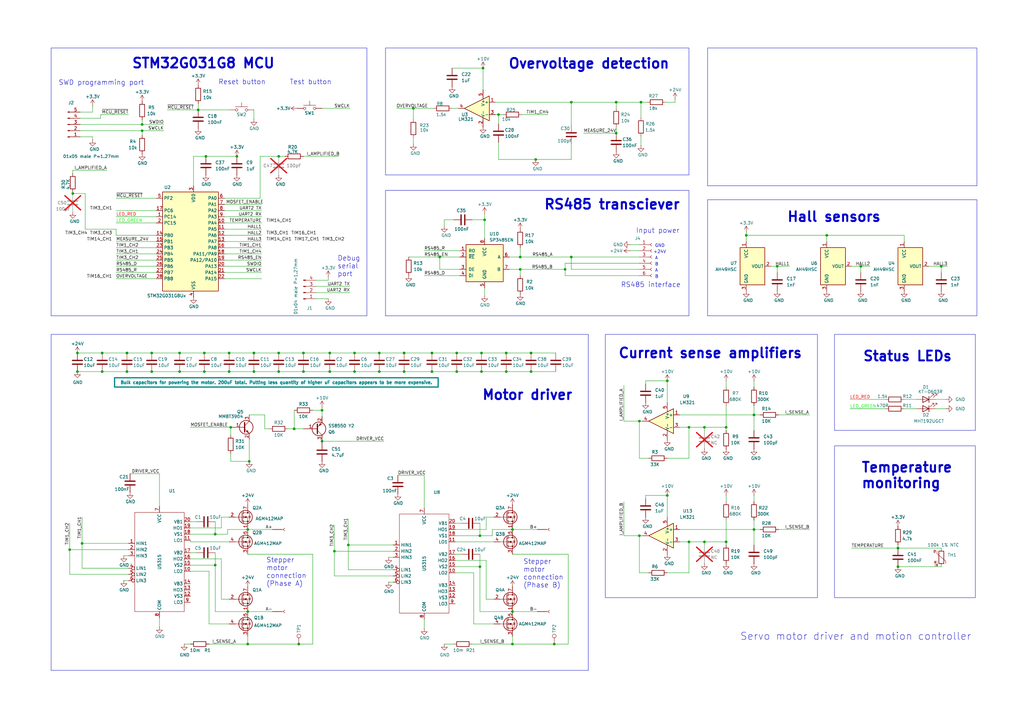
<source format=kicad_sch>
(kicad_sch (version 20231120) (generator "eeschema") (generator_version "8.0")
  (paper "A3")
  (title_block (title "Servomotor M4") (date "2024-10-14") (rev "V5"))
  (junction (at 231.775 110.49))
  (junction (at 52.07 144.78))
  (junction (at 81.28 45.085))
  (junction (at 114.3 152.4))
  (junction (at 120.65 175.895))
  (junction (at 41.91 144.78))
  (junction (at 219.71 65.405))
  (junction (at 386.08 109.22))
  (junction (at 177.165 144.78))
  (junction (at 309.245 217.17))
  (junction (at 145.415 144.78))
  (junction (at 217.805 152.4))
  (junction (at 512.445 179.07))
  (junction (at 187.325 144.78))
  (junction (at 94.615 175.26))
  (junction (at 197.485 144.78))
  (junction (at 29.845 79.375))
  (junction (at 124.46 152.4))
  (junction (at 282.575 175.26))
  (junction (at 97.155 64.135))
  (junction (at 180.34 105.41))
  (junction (at 58.293 53.594))
  (junction (at 309.245 170.18))
  (junction (at 102.235 189.23))
  (junction (at 124.46 144.78))
  (junction (at 169.545 44.45))
  (junction (at 101.6 217.17))
  (junction (at 58.293 51.054))
  (junction (at 210.185 217.17))
  (junction (at 62.23 144.78))
  (junction (at 252.73 41.91))
  (junction (at 213.36 110.49))
  (junction (at 41.91 152.4))
  (junction (at 177.165 152.4))
  (junction (at 262.255 172.72))
  (junction (at 155.575 152.4))
  (junction (at 288.925 222.25))
  (junction (at 165.735 152.4))
  (junction (at 33.655 222.885))
  (junction (at 62.23 152.4))
  (junction (at 187.325 152.4))
  (junction (at 135.255 152.4))
  (junction (at 210.185 264.16))
  (junction (at 198.12 27.94))
  (junction (at 368.3 232.41))
  (junction (at 93.98 152.4))
  (junction (at 155.575 144.78))
  (junction (at 104.14 144.78))
  (junction (at 207.645 144.78))
  (junction (at 204.47 46.99))
  (junction (at 114.3 144.78))
  (junction (at 73.66 144.78))
  (junction (at 135.255 144.78))
  (junction (at 84.455 64.135))
  (junction (at 31.75 152.4))
  (junction (at 234.315 105.41))
  (junction (at 93.98 144.78))
  (junction (at 142.875 223.52))
  (junction (at 207.645 152.4))
  (junction (at 88.265 219.075))
  (junction (at 210.185 250.825))
  (junction (at 528.32 170.18))
  (junction (at 28.575 225.425))
  (junction (at 132.08 180.975))
  (junction (at 306.07 96.52))
  (junction (at 495.935 170.18))
  (junction (at 227.33 264.16))
  (junction (at 273.685 203.2))
  (junction (at 318.77 109.22))
  (junction (at 197.485 152.4))
  (junction (at 88.265 231.775))
  (junction (at 288.925 175.26))
  (junction (at 165.735 144.78))
  (junction (at 196.85 219.71))
  (junction (at 52.07 152.4))
  (junction (at 262.89 41.91))
  (junction (at 114.3 64.135))
  (junction (at 527.685 207.01))
  (junction (at 368.3 224.79))
  (junction (at 217.805 144.78))
  (junction (at 497.205 207.01))
  (junction (at 101.6 250.825))
  (junction (at 297.815 175.26))
  (junction (at 137.16 226.06))
  (junction (at 339.09 96.52))
  (junction (at 122.555 264.16))
  (junction (at 132.08 168.275))
  (junction (at 252.73 54.61))
  (junction (at 198.755 90.17))
  (junction (at 282.575 222.25))
  (junction (at 145.415 152.4))
  (junction (at 196.85 232.41))
  (junction (at 213.36 105.41))
  (junction (at 512.445 214.63))
  (junction (at 31.75 144.78))
  (junction (at 83.82 152.4))
  (junction (at 104.14 152.4))
  (junction (at 83.82 144.78))
  (junction (at 73.66 152.4))
  (junction (at 262.255 219.71))
  (junction (at 273.685 156.21))
  (junction (at 353.06 109.22))
  (junction (at 297.815 222.25))
  (junction (at 234.315 41.91))
  (junction (at 101.6 264.16))
  (wire (pts (xy 497.205 207.01) (xy 504.825 207.01)))
  (wire (pts (xy 316.23 109.22) (xy 318.77 109.22)))
  (wire (pts (xy 276.86 41.91) (xy 273.05 41.91)))
  (wire (pts (xy 196.85 250.825) (xy 210.185 250.825)))
  (wire (pts (xy 93.98 144.78) (xy 104.14 144.78)))
  (wire (pts (xy 165.735 152.4) (xy 177.165 152.4)))
  (wire (pts (xy 162.56 44.45) (xy 169.545 44.45)))
  (wire (pts (xy 383.54 163.83) (xy 387.985 163.83)))
  (wire (pts (xy 309.245 217.17) (xy 311.785 217.17)))
  (wire (pts (xy 32.893 51.054) (xy 58.293 51.054)))
  (wire (pts (xy 196.85 232.41) (xy 196.85 250.825)))
  (wire (pts (xy 258.445 102.87) (xy 262.255 102.87)))
  (wire (pts (xy 107.315 99.06) (xy 92.075 99.06)))
  (wire (pts (xy 132.08 167.005) (xy 132.08 168.275)))
  (wire (pts (xy 107.315 106.68) (xy 92.075 106.68)))
  (wire (pts (xy 353.06 109.22) (xy 356.87 109.22)))
  (wire (pts (xy 107.315 91.44) (xy 92.075 91.44)))
  (wire (pts (xy 495.935 170.18) (xy 504.825 170.18)))
  (wire (pts (xy 47.625 109.22) (xy 64.135 109.22)))
  (wire (pts (xy 182.245 90.17) (xy 182.245 92.71)))
  (wire (pts (xy 309.245 170.18) (xy 311.785 170.18)))
  (wire (pts (xy 52.07 144.78) (xy 62.23 144.78)))
  (wire (pts (xy 81.28 45.085) (xy 93.98 45.085)))
  (wire (pts (xy 88.265 250.825) (xy 101.6 250.825)))
  (wire (pts (xy 169.545 44.45) (xy 169.545 48.895)))
  (wire (pts (xy 264.795 204.47) (xy 264.795 203.2)))
  (wire (pts (xy 106.68 81.28) (xy 106.68 64.135)))
  (wire (pts (xy 197.485 144.78) (xy 207.645 144.78)))
  (wire (pts (xy 137.16 215.265) (xy 137.16 226.06)))
  (wire (pts (xy 107.315 104.14) (xy 92.075 104.14)))
  (wire (pts (xy 262.255 234.95) (xy 262.255 219.71)))
  (wire (pts (xy 258.445 100.33) (xy 262.255 100.33)))
  (wire (pts (xy 207.645 144.78) (xy 217.805 144.78)))
  (wire (pts (xy 129.54 120.015) (xy 143.51 120.015)))
  (wire (pts (xy 213.36 101.6) (xy 213.36 105.41)))
  (wire (pts (xy 213.36 105.41) (xy 234.315 105.41)))
  (wire (pts (xy 282.575 175.26) (xy 282.575 187.96)))
  (wire (pts (xy 73.66 152.4) (xy 83.82 152.4)))
  (wire (pts (xy 137.16 226.06) (xy 137.16 236.22)))
  (wire (pts (xy 169.545 44.45) (xy 177.8 44.45)))
  (wire (pts (xy 297.815 175.26) (xy 297.815 176.53)))
  (wire (pts (xy 213.36 110.49) (xy 213.36 113.03)))
  (wire (pts (xy 137.16 226.06) (xy 161.29 226.06)))
  (wire (pts (xy 204.47 46.99) (xy 206.375 46.99)))
  (wire (pts (xy 278.765 170.18) (xy 309.245 170.18)))
  (wire (pts (xy 88.265 226.695) (xy 88.265 231.775)))
  (wire (pts (xy 142.875 212.725) (xy 142.875 223.52)))
  (wire (pts (xy 319.405 170.18) (xy 332.105 170.18)))
  (wire (pts (xy 135.255 144.78) (xy 145.415 144.78)))
  (wire (pts (xy 92.075 86.36) (xy 107.315 86.36)))
  (wire (pts (xy 32.893 45.974) (xy 37.973 45.974)))
  (wire (pts (xy 297.815 222.25) (xy 297.815 223.52)))
  (wire (pts (xy 231.775 107.95) (xy 262.255 107.95)))
  (wire (pts (xy 94.615 175.26) (xy 94.615 178.435)))
  (wire (pts (xy 65.405 194.31) (xy 65.405 207.645)))
  (wire (pts (xy 88.265 219.075) (xy 93.345 219.075)))
  (wire (pts (xy 255.905 172.72) (xy 262.255 172.72)))
  (wire (pts (xy 92.075 88.9) (xy 107.315 88.9)))
  (wire (pts (xy 34.925 93.98) (xy 34.925 79.375)))
  (wire (pts (xy 47.625 93.98) (xy 34.925 93.98)))
  (wire (pts (xy 107.315 96.52) (xy 92.075 96.52)))
  (wire (pts (xy 90.805 229.235) (xy 78.105 229.235)))
  (wire (pts (xy 47.625 104.14) (xy 64.135 104.14)))
  (wire (pts (xy 370.84 99.06) (xy 370.84 96.52)))
  (wire (pts (xy 219.71 65.405) (xy 234.315 65.405)))
  (wire (pts (xy 208.915 110.49) (xy 213.36 110.49)))
  (wire (pts (xy 85.725 255.905) (xy 93.98 255.905)))
  (wire (pts (xy 386.08 109.22) (xy 386.08 111.76)))
  (wire (pts (xy 107.315 83.82) (xy 92.075 83.82)))
  (wire (pts (xy 33.655 222.885) (xy 33.655 233.045)))
  (wire (pts (xy 104.14 152.4) (xy 114.3 152.4)))
  (wire (pts (xy 210.185 250.825) (xy 220.345 250.825)))
  (wire (pts (xy 107.315 101.6) (xy 92.075 101.6)))
  (wire (pts (xy 512.445 177.8) (xy 512.445 179.07)))
  (wire (pts (xy 349.25 109.22) (xy 353.06 109.22)))
  (wire (pts (xy 370.84 163.83) (xy 375.92 163.83)))
  (wire (pts (xy 186.69 219.71) (xy 196.85 219.71)))
  (wire (pts (xy 52.07 152.4) (xy 62.23 152.4)))
  (wire (pts (xy 142.875 223.52) (xy 142.875 233.68)))
  (wire (pts (xy 204.47 46.99) (xy 204.47 50.8)))
  (wire (pts (xy 177.165 144.78) (xy 187.325 144.78)))
  (wire (pts (xy 187.325 144.78) (xy 197.485 144.78)))
  (wire (pts (xy 255.905 219.71) (xy 262.255 219.71)))
  (wire (pts (xy 29.845 78.74) (xy 29.845 79.375)))
  (wire (pts (xy 262.89 55.88) (xy 262.89 59.69)))
  (wire (pts (xy 145.415 152.4) (xy 155.575 152.4)))
  (wire (pts (xy 180.34 105.41) (xy 188.595 105.41)))
  (wire (pts (xy 234.315 110.49) (xy 234.315 105.41)))
  (wire (pts (xy 28.575 235.585) (xy 52.705 235.585)))
  (wire (pts (xy 102.235 180.34) (xy 102.235 189.23)))
  (wire (pts (xy 101.6 264.16) (xy 101.6 260.985)))
  (wire (pts (xy 210.185 227.33) (xy 233.045 227.33)))
  (wire (pts (xy 297.815 203.2) (xy 297.815 205.74)))
  (wire (pts (xy 163.195 194.945) (xy 173.99 194.945)))
  (wire (pts (xy 368.3 224.79) (xy 386.08 224.79)))
  (wire (pts (xy 297.815 166.37) (xy 297.815 175.26)))
  (wire (pts (xy 262.89 41.91) (xy 262.89 48.26)))
  (wire (pts (xy 512.445 214.63) (xy 527.685 214.63)))
  (wire (pts (xy 383.54 167.64) (xy 387.985 167.64)))
  (wire (pts (xy 309.245 217.17) (xy 309.245 223.52)))
  (wire (pts (xy 288.925 175.26) (xy 282.575 175.26)))
  (wire (pts (xy 252.73 41.91) (xy 262.89 41.91)))
  (wire (pts (xy 106.68 64.135) (xy 114.3 64.135)))
  (wire (pts (xy 78.105 219.075) (xy 88.265 219.075)))
  (wire (pts (xy 165.735 144.78) (xy 177.165 144.78)))
  (wire (pts (xy 186.69 222.25) (xy 202.565 222.25)))
  (wire (pts (xy 173.99 102.87) (xy 188.595 102.87)))
  (wire (pts (xy 210.185 264.16) (xy 227.33 264.16)))
  (wire (pts (xy 186.69 232.41) (xy 196.85 232.41)))
  (wire (pts (xy 309.245 203.2) (xy 309.245 205.74)))
  (wire (pts (xy 78.105 226.695) (xy 80.645 226.695)))
  (wire (pts (xy 28.575 225.425) (xy 52.705 225.425)))
  (wire (pts (xy 204.47 58.42) (xy 204.47 65.405)))
  (wire (pts (xy 75.565 264.16) (xy 78.105 264.16)))
  (wire (pts (xy 198.755 90.17) (xy 198.755 97.79)))
  (wire (pts (xy 155.575 152.4) (xy 165.735 152.4)))
  (wire (pts (xy 520.065 170.18) (xy 528.32 170.18)))
  (wire (pts (xy 124.46 152.4) (xy 135.255 152.4)))
  (wire (pts (xy 129.54 114.935) (xy 134.62 114.935)))
  (wire (pts (xy 309.245 213.36) (xy 309.245 217.17)))
  (wire (pts (xy 210.185 217.17) (xy 220.345 217.17)))
  (wire (pts (xy 108.585 175.895) (xy 110.49 175.895)))
  (wire (pts (xy 264.795 157.48) (xy 264.795 156.21)))
  (wire (pts (xy 107.315 109.22) (xy 92.075 109.22)))
  (wire (pts (xy 101.6 227.33) (xy 128.27 227.33)))
  (wire (pts (xy 368.3 232.41) (xy 386.08 232.41)))
  (wire (pts (xy 129.54 122.555) (xy 134.62 122.555)))
  (wire (pts (xy 217.805 144.78) (xy 227.965 144.78)))
  (wire (pts (xy 262.255 172.72) (xy 263.525 172.72)))
  (wire (pts (xy 33.655 233.045) (xy 52.705 233.045)))
  (wire (pts (xy 278.765 175.26) (xy 282.575 175.26)))
  (wire (pts (xy 31.75 144.78) (xy 41.91 144.78)))
  (wire (pts (xy 78.105 213.995) (xy 80.645 213.995)))
  (wire (pts (xy 78.105 175.26) (xy 94.615 175.26)))
  (wire (pts (xy 231.775 107.95) (xy 231.775 110.49)))
  (wire (pts (xy 180.34 110.49) (xy 188.595 110.49)))
  (wire (pts (xy 47.625 101.6) (xy 64.135 101.6)))
  (wire (pts (xy 198.755 87.63) (xy 198.755 90.17)))
  (wire (pts (xy 92.075 81.28) (xy 106.68 81.28)))
  (wire (pts (xy 107.315 93.98) (xy 92.075 93.98)))
  (wire (pts (xy 202.565 212.09) (xy 199.39 212.09)))
  (wire (pts (xy 93.98 245.745) (xy 90.805 245.745)))
  (wire (pts (xy 186.69 227.33) (xy 189.23 227.33)))
  (wire (pts (xy 88.265 231.775) (xy 88.265 250.825)))
  (wire (pts (xy 186.69 234.95) (xy 194.31 234.95)))
  (wire (pts (xy 58.293 49.149) (xy 58.293 51.054)))
  (wire (pts (xy 194.31 255.905) (xy 202.565 255.905)))
  (wire (pts (xy 93.345 217.17) (xy 101.6 217.17)))
  (wire (pts (xy 132.08 168.275) (xy 132.08 170.815)))
  (wire (pts (xy 196.85 214.63) (xy 196.85 219.71)))
  (wire (pts (xy 282.575 234.95) (xy 273.685 234.95)))
  (wire (pts (xy 81.28 42.545) (xy 81.28 45.085)))
  (wire (pts (xy 278.765 222.25) (xy 282.575 222.25)))
  (wire (pts (xy 264.795 203.2) (xy 273.685 203.2)))
  (wire (pts (xy 386.08 109.22) (xy 388.62 109.22)))
  (wire (pts (xy 108.585 170.18) (xy 108.585 175.895)))
  (wire (pts (xy 233.045 227.33) (xy 233.045 264.16)))
  (wire (pts (xy 201.93 217.17) (xy 210.185 217.17)))
  (wire (pts (xy 368.3 223.52) (xy 368.3 224.79)))
  (wire (pts (xy 118.11 175.895) (xy 120.65 175.895)))
  (wire (pts (xy 234.315 51.435) (xy 234.315 41.91)))
  (wire (pts (xy 169.545 56.515) (xy 169.545 59.055)))
  (wire (pts (xy 101.6 250.825) (xy 111.76 250.825)))
  (wire (pts (xy 37.973 56.134) (xy 37.973 57.404)))
  (wire (pts (xy 47.625 106.68) (xy 64.135 106.68)))
  (wire (pts (xy 199.39 229.87) (xy 199.39 245.745)))
  (wire (pts (xy 282.575 222.25) (xy 282.575 234.95)))
  (wire (pts (xy 495.935 179.07) (xy 512.445 179.07)))
  (wire (pts (xy 528.32 170.18) (xy 528.32 171.45)))
  (wire (pts (xy 58.293 53.594) (xy 67.183 53.594)))
  (wire (pts (xy 120.65 175.895) (xy 124.46 175.895)))
  (wire (pts (xy 207.645 152.4) (xy 217.805 152.4)))
  (wire (pts (xy 93.98 212.09) (xy 90.805 212.09)))
  (wire (pts (xy 78.105 221.615) (xy 78.105 222.25)))
  (wire (pts (xy 234.315 110.49) (xy 262.255 110.49)))
  (wire (pts (xy 155.575 144.78) (xy 165.735 144.78)))
  (wire (pts (xy 309.245 166.37) (xy 309.245 170.18)))
  (wire (pts (xy 262.89 41.91) (xy 265.43 41.91)))
  (wire (pts (xy 193.675 90.17) (xy 198.755 90.17)))
  (wire (pts (xy 219.71 65.405) (xy 204.47 65.405)))
  (wire (pts (xy 231.775 113.03) (xy 262.255 113.03)))
  (wire (pts (xy 83.82 144.78) (xy 93.98 144.78)))
  (wire (pts (xy 520.065 207.01) (xy 527.685 207.01)))
  (wire (pts (xy 193.675 264.16) (xy 210.185 264.16)))
  (wire (pts (xy 41.275 46.99) (xy 52.705 46.99)))
  (wire (pts (xy 203.2 46.99) (xy 204.47 46.99)))
  (wire (pts (xy 145.415 144.78) (xy 155.575 144.78)))
  (wire (pts (xy 142.875 223.52) (xy 161.29 223.52)))
  (wire (pts (xy 309.245 170.18) (xy 309.245 176.53)))
  (wire (pts (xy 198.755 121.285) (xy 198.755 118.11)))
  (wire (pts (xy 297.815 213.36) (xy 297.815 222.25)))
  (wire (pts (xy 122.555 264.16) (xy 128.27 264.16)))
  (wire (pts (xy 47.625 91.44) (xy 64.135 91.44)))
  (wire (pts (xy 233.045 264.16) (xy 227.33 264.16)))
  (wire (pts (xy 297.815 156.21) (xy 297.815 158.75)))
  (wire (pts (xy 78.105 222.25) (xy 93.98 222.25)))
  (wire (pts (xy 231.775 110.49) (xy 231.775 113.03)))
  (wire (pts (xy 318.77 109.22) (xy 318.77 111.76)))
  (wire (pts (xy 159.385 238.76) (xy 161.29 238.76)))
  (wire (pts (xy 182.245 264.16) (xy 186.055 264.16)))
  (wire (pts (xy 104.14 45.085) (xy 104.14 48.895)))
  (wire (pts (xy 47.625 96.52) (xy 64.135 96.52)))
  (wire (pts (xy 196.85 219.71) (xy 201.93 219.71)))
  (wire (pts (xy 197.485 152.4) (xy 207.645 152.4)))
  (wire (pts (xy 32.893 53.594) (xy 58.293 53.594)))
  (wire (pts (xy 288.925 222.25) (xy 282.575 222.25)))
  (wire (pts (xy 50.8 238.125) (xy 52.705 238.125)))
  (wire (pts (xy 196.85 227.33) (xy 196.85 232.41)))
  (wire (pts (xy 47.625 114.3) (xy 64.135 114.3)))
  (wire (pts (xy 85.725 264.16) (xy 101.6 264.16)))
  (wire (pts (xy 497.205 214.63) (xy 512.445 214.63)))
  (wire (pts (xy 186.055 90.17) (xy 182.245 90.17)))
  (wire (pts (xy 78.105 234.315) (xy 85.725 234.315)))
  (wire (pts (xy 68.58 45.085) (xy 81.28 45.085)))
  (wire (pts (xy 93.98 152.4) (xy 104.14 152.4)))
  (wire (pts (xy 53.34 194.31) (xy 65.405 194.31)))
  (wire (pts (xy 349.25 224.79) (xy 368.3 224.79)))
  (wire (pts (xy 273.685 203.2) (xy 273.685 212.09)))
  (wire (pts (xy 177.165 152.4) (xy 187.325 152.4)))
  (wire (pts (xy 47.625 96.52) (xy 47.625 93.98)))
  (wire (pts (xy 194.31 234.95) (xy 194.31 255.905)))
  (wire (pts (xy 278.765 217.17) (xy 309.245 217.17)))
  (wire (pts (xy 101.6 264.16) (xy 122.555 264.16)))
  (wire (pts (xy 28.575 225.425) (xy 28.575 235.585)))
  (wire (pts (xy 73.66 144.78) (xy 83.82 144.78)))
  (wire (pts (xy 102.235 189.23) (xy 94.615 189.23)))
  (wire (pts (xy 255.905 205.74) (xy 255.905 219.71)))
  (wire (pts (xy 173.99 254) (xy 173.99 257.81)))
  (wire (pts (xy 288.925 222.25) (xy 288.925 223.52)))
  (wire (pts (xy 234.315 65.405) (xy 234.315 59.055)))
  (wire (pts (xy 47.625 99.06) (xy 64.135 99.06)))
  (wire (pts (xy 58.293 55.499) (xy 58.293 53.594)))
  (wire (pts (xy 83.82 152.4) (xy 93.98 152.4)))
  (wire (pts (xy 84.455 64.135) (xy 97.155 64.135)))
  (wire (pts (xy 339.09 99.06) (xy 339.09 96.52)))
  (wire (pts (xy 85.725 234.315) (xy 85.725 255.905)))
  (wire (pts (xy 90.805 216.535) (xy 78.105 216.535)))
  (wire (pts (xy 370.84 96.52) (xy 339.09 96.52)))
  (wire (pts (xy 135.255 152.4) (xy 145.415 152.4)))
  (wire (pts (xy 37.973 45.974) (xy 37.973 43.434)))
  (wire (pts (xy 213.36 110.49) (xy 231.775 110.49)))
  (wire (pts (xy 79.375 76.2) (xy 79.375 64.135)))
  (wire (pts (xy 199.39 229.87) (xy 186.69 229.87)))
  (wire (pts (xy 124.46 144.78) (xy 135.255 144.78)))
  (wire (pts (xy 114.3 144.78) (xy 124.46 144.78)))
  (wire (pts (xy 41.275 48.514) (xy 32.893 48.514)))
  (wire (pts (xy 41.275 46.99) (xy 41.275 48.514)))
  (wire (pts (xy 264.795 156.21) (xy 273.685 156.21)))
  (wire (pts (xy 29.845 69.85) (xy 43.815 69.85)))
  (wire (pts (xy 180.34 105.41) (xy 180.34 110.49)))
  (wire (pts (xy 318.77 109.22) (xy 323.85 109.22)))
  (wire (pts (xy 266.065 234.95) (xy 262.255 234.95)))
  (wire (pts (xy 129.54 117.475) (xy 143.51 117.475)))
  (wire (pts (xy 128.27 168.275) (xy 132.08 168.275)))
  (wire (pts (xy 101.6 217.17) (xy 111.76 217.17)))
  (wire (pts (xy 58.293 51.054) (xy 67.183 51.054)))
  (wire (pts (xy 199.39 217.17) (xy 186.69 217.17)))
  (wire (pts (xy 210.185 264.16) (xy 210.185 260.985)))
  (wire (pts (xy 185.42 44.45) (xy 187.96 44.45)))
  (wire (pts (xy 202.565 245.745) (xy 199.39 245.745)))
  (wire (pts (xy 185.42 27.94) (xy 198.12 27.94)))
  (wire (pts (xy 65.405 253.365) (xy 65.405 257.175)))
  (wire (pts (xy 159.385 228.6) (xy 161.29 228.6)))
  (wire (pts (xy 262.255 187.96) (xy 262.255 172.72)))
  (wire (pts (xy 47.625 88.9) (xy 64.135 88.9)))
  (wire (pts (xy 288.925 175.26) (xy 288.925 176.53)))
  (wire (pts (xy 62.23 152.4) (xy 73.66 152.4)))
  (wire (pts (xy 132.08 44.45) (xy 143.51 44.45)))
  (wire (pts (xy 273.685 156.21) (xy 273.685 165.1)))
  (wire (pts (xy 167.64 105.41) (xy 180.34 105.41)))
  (wire (pts (xy 90.805 212.09) (xy 90.805 216.535)))
  (wire (pts (xy 41.91 152.4) (xy 52.07 152.4)))
  (wire (pts (xy 306.07 95.25) (xy 306.07 96.52)))
  (wire (pts (xy 276.86 40.64) (xy 276.86 41.91)))
  (wire (pts (xy 495.935 170.18) (xy 495.935 171.45)))
  (wire (pts (xy 31.75 152.4) (xy 41.91 152.4)))
  (wire (pts (xy 94.615 189.23) (xy 94.615 186.055)))
  (wire (pts (xy 32.893 56.134) (xy 37.973 56.134)))
  (wire (pts (xy 348.615 167.64) (xy 363.22 167.64)))
  (wire (pts (xy 124.46 64.135) (xy 139.065 64.135)))
  (wire (pts (xy 142.875 233.68) (xy 161.29 233.68)))
  (wire (pts (xy 186.69 214.63) (xy 189.23 214.63)))
  (wire (pts (xy 134.62 114.935) (xy 134.62 113.665)))
  (wire (pts (xy 319.405 217.17) (xy 332.105 217.17)))
  (wire (pts (xy 208.915 105.41) (xy 213.36 105.41)))
  (wire (pts (xy 187.325 152.4) (xy 197.485 152.4)))
  (wire (pts (xy 33.655 222.885) (xy 52.705 222.885)))
  (wire (pts (xy 78.105 231.775) (xy 88.265 231.775)))
  (wire (pts (xy 234.315 105.41) (xy 262.255 105.41)))
  (wire (pts (xy 297.815 175.26) (xy 288.925 175.26)))
  (wire (pts (xy 50.8 227.965) (xy 52.705 227.965)))
  (wire (pts (xy 47.625 86.36) (xy 64.135 86.36)))
  (wire (pts (xy 132.08 180.975) (xy 157.48 180.975)))
  (wire (pts (xy 309.245 156.21) (xy 309.245 158.75)))
  (wire (pts (xy 104.14 144.78) (xy 114.3 144.78)))
  (wire (pts (xy 252.73 41.91) (xy 252.73 44.45)))
  (wire (pts (xy 132.08 180.975) (xy 132.08 181.61)))
  (wire (pts (xy 114.3 152.4) (xy 124.46 152.4)))
  (wire (pts (xy 28.575 214.63) (xy 28.575 225.425)))
  (wire (pts (xy 266.065 187.96) (xy 262.255 187.96)))
  (wire (pts (xy 198.12 27.94) (xy 198.12 36.83)))
  (wire (pts (xy 116.84 64.135) (xy 114.3 64.135)))
  (wire (pts (xy 512.445 179.07) (xy 528.32 179.07)))
  (wire (pts (xy 173.99 194.945) (xy 173.99 208.28)))
  (wire (pts (xy 234.315 41.91) (xy 252.73 41.91)))
  (wire (pts (xy 217.805 152.4) (xy 227.965 152.4)))
  (wire (pts (xy 33.655 212.09) (xy 33.655 222.885)))
  (wire (pts (xy 201.93 219.71) (xy 201.93 217.17)))
  (wire (pts (xy 88.265 213.995) (xy 88.265 219.075)))
  (wire (pts (xy 252.73 52.07) (xy 252.73 54.61)))
  (wire (pts (xy 339.09 96.52) (xy 306.07 96.52)))
  (wire (pts (xy 306.07 96.52) (xy 306.07 99.06)))
  (wire (pts (xy 381 109.22) (xy 386.08 109.22)))
  (wire (pts (xy 282.575 187.96) (xy 273.685 187.96)))
  (wire (pts (xy 102.235 170.18) (xy 108.585 170.18)))
  (wire (pts (xy 262.255 219.71) (xy 263.525 219.71)))
  (wire (pts (xy 107.315 114.3) (xy 92.075 114.3)))
  (wire (pts (xy 120.65 168.275) (xy 120.65 175.895)))
  (wire (pts (xy 47.625 111.76) (xy 64.135 111.76)))
  (wire (pts (xy 353.06 109.22) (xy 353.06 111.76)))
  (wire (pts (xy 239.395 54.61) (xy 252.73 54.61)))
  (wire (pts (xy 90.805 229.235) (xy 90.805 245.745)))
  (wire (pts (xy 128.27 227.33) (xy 128.27 264.16)))
  (wire (pts (xy 370.84 167.64) (xy 375.92 167.64)))
  (wire (pts (xy 47.625 81.28) (xy 64.135 81.28)))
  (wire (pts (xy 137.16 236.22) (xy 161.29 236.22)))
  (wire (pts (xy 213.995 46.99) (xy 224.79 46.99)))
  (wire (pts (xy 29.845 71.12) (xy 29.845 69.85)))
  (wire (pts (xy 203.2 41.91) (xy 234.315 41.91)))
  (wire (pts (xy 255.905 158.115) (xy 255.905 172.72)))
  (wire (pts (xy 79.375 64.135) (xy 84.455 64.135)))
  (wire (pts (xy 297.815 222.25) (xy 288.925 222.25)))
  (wire (pts (xy 41.91 144.78) (xy 52.07 144.78)))
  (wire (pts (xy 93.345 219.075) (xy 93.345 217.17)))
  (wire (pts (xy 348.615 163.83) (xy 363.22 163.83)))
  (wire (pts (xy 34.925 79.375) (xy 29.845 79.375)))
  (wire (pts (xy 199.39 212.09) (xy 199.39 217.17)))
  (wire (pts (xy 173.99 113.03) (xy 188.595 113.03)))
  (wire (pts (xy 62.23 144.78) (xy 73.66 144.78)))
  (wire (pts (xy 107.315 111.76) (xy 92.075 111.76)))
  (rectangle (start 248.285 137.16) (end 335.28 245.11))
  (rectangle (start 342.265 137.16) (end 400.05 176.53))
  (rectangle (start 20.955 137.16) (end 241.3 274.955))
  (rectangle (start 158.115 19.685) (end 282.575 71.755))
  (rectangle (start 290.195 19.685) (end 400.685 76.2))
  (rectangle (start 20.955 19.685) (end 150.495 129.54))
  (rectangle (start 158.115 78.105) (end 282.575 129.54))
  (rectangle (start 342.265 182.88) (end 400.05 245.11))
  (rectangle (start 290.195 81.915) (end 400.685 129.54))
  (text_box "Bulk capacitors for powering the motor. 200uF total. Putting less quantity of higher uF capacitors appears to be more expensive." (at 46.99 154.94 0) (size 132.715 3.81) (stroke (width 0.5) (color 0 132 132 1)) (effects (font (size 1.27 1.27) (thickness 0.4) (bold yes))))
  (text "Reset button" (at 89.535 34.925 0) (effects (font (size 2 2)) (justify left bottom)))
  (text "Test button" (at 118.745 34.925 0) (effects (font (size 2 2)) (justify left bottom)))
  (text "B" (at 268.605 114.3 0) (effects (font (size 1.27 1.27)) (justify left bottom)))
  (text "+24V" (at 267.97 104.14 0) (effects (font (size 1.27 1.27)) (justify left bottom)))
  (text "SWD programming port" (at 24.003 35.179 0) (effects (font (size 2 2)) (justify left bottom)))
  (text "Debug\nserial\nport" (at 138.43 113.665 0) (effects (font (size 2 2)) (justify left bottom)))
  (text "GND" (at 268.605 101.6 0) (effects (font (size 1.27 1.27)) (justify left bottom)))
  (text "RS485 transciever" (at 222.885 86.36 0) (effects (font (size 4 4) (thickness 0.8) (bold yes)) (justify left bottom)))
  (text "Input power" (at 278.765 95.885 0) (effects (font (size 2 2)) (justify right bottom)))
  (text "B" (at 268.605 109.22 0) (effects (font (size 1.27 1.27)) (justify left bottom)))
  (text "Status LEDs" (at 353.695 148.59 0) (effects (font (size 4 4) (thickness 0.8) (bold yes)) (justify left bottom)))
  (text "Overvoltage detection" (at 208.28 28.575 0) (effects (font (size 4 4) (thickness 0.8) (bold yes)) (justify left bottom)))
  (text "Stepper\nmotor\nconnection\n(Phase B)" (at 214.63 241.3 0) (effects (font (size 2 2)) (justify left bottom)))
  (text "Voltage regulators" (at 482.6 151.765 0) (effects (font (size 4 4) (thickness 0.8) (bold yes)) (justify left bottom)))
  (text "A" (at 268.605 106.68 0) (effects (font (size 1.27 1.27)) (justify left bottom)))
  (text "Current sense amplifiers\n" (at 253.365 147.32 0) (effects (font (size 4 4) (thickness 0.8) (bold yes)) (justify left bottom)))
  (text "A" (at 268.605 111.76 0) (effects (font (size 1.27 1.27)) (justify left bottom)))
  (text "RS485 interface" (at 254.635 118.11 0) (effects (font (size 2 2)) (justify left bottom)))
  (text "Temperature\nmonitoring" (at 353.06 200.66 0) (effects (font (size 4 4) (thickness 0.8) (bold yes)) (justify left bottom)))
  (text "Servo motor driver and motion controller" (at 303.53 262.89 0) (effects (font (size 3 3)) (justify left bottom)))
  (text "STM32G031G8 MCU" (at 53.848 28.448 0) (effects (font (size 4 4) (thickness 0.8) (bold yes)) (justify left bottom)))
  (text "Motor driver" (at 197.485 164.465 0) (effects (font (size 4 4) (thickness 0.8) (bold yes)) (justify left bottom)))
  (text "Hall sensors" (at 322.58 91.44 0) (effects (font (size 4 4) (thickness 0.8) (bold yes)) (justify left bottom)))
  (text "Stepper\nmotor\nconnection\n(Phase A)" (at 109.22 240.665 0) (effects (font (size 2 2)) (justify left bottom)))
  (label "~{MCU_RESET}" (at 52.705 46.99 180))
  (label "A+" (at 111.76 217.17 180))
  (label "TIM3_CH2" (at 47.625 106.68 0))
  (label "TIM17_CH1" (at 120.65 99.06 0))
  (label "TIM3_CH3" (at 36.83 96.52 0))
  (label "RS485_EN" (at 107.315 106.68 180))
  (label "SWCLK" (at 67.183 53.594 180))
  (label "OVERVOLTAGE" (at 47.625 114.3 0))
  (label "HALL2" (at 356.87 109.22 180))
  (label "MEASURE_24V" (at 239.395 54.61 0))
  (label "RS485_R" (at 173.99 102.87 0))
  (label "TIM3_CH1" (at 142.875 221.615 90))
  (label "RS485_EN" (at 173.99 105.41 0))
  (label "TIM14_CH1" (at 109.22 99.06 0))
  (label "B-" (at 220.345 250.825 180))
  (label "MOSFET_ENABLE" (at 78.105 175.26 0))
  (label "TIM3_CH1" (at 36.83 86.36 0))
  (label "LED_GREEN" (at 47.625 91.44 0))
  (label "TIM16_CH1" (at 119.38 96.52 0))
  (label "A-" (at 111.76 250.825 180))
  (label "TIM3_CH1" (at 47.625 104.14 0))
  (label "SWCLK" (at 107.315 111.76 180))
  (label "TIM14_CH1" (at 35.56 99.06 0))
  (label "I_SENSE_A" (at 86.995 264.16 0))
  (label "TIM1_CH4" (at 215.9 46.99 0))
  (label "I_SENSE_B" (at 321.945 217.17 0))
  (label "UART2 RX" (at 143.51 120.015 180))
  (label "TIM1_CH2" (at 28.575 223.52 90))
  (label "TIM3_CH2" (at 137.16 224.155 90))
  (label "~{MCU_RESET}" (at 68.58 45.085 0))
  (label "DRIVER_VCC" (at 163.195 194.945 0))
  (label "TIM1_CH4" (at 107.315 104.14 180))
  (label "RS485_A" (at 226.695 105.41 180))
  (label "HALL2" (at 107.315 96.52 180))
  (label "TIM3_CH1" (at 109.22 96.52 0))
  (label "LED_RED" (at 47.625 88.9 0))
  (label "I_AMPLIFIED_B" (at 125.73 64.135 0))
  (label "~{MCU_RESET}" (at 47.625 81.28 0))
  (label "OVERVOLTAGE" (at 162.56 44.45 0))
  (label "RS485_D" (at 173.99 113.03 0))
  (label "HALL3" (at 107.315 99.06 180))
  (label "B+" (at 220.345 217.17 180))
  (label "LED_RED" (at 348.615 163.83 0))
  (label "LED_GREEN" (at 348.615 167.64 0))
  (label "SWCLK" (at 143.51 44.45 180))
  (label "TIM3_CH4" (at 26.67 96.52 0))
  (label "MOSFET_ENABLE" (at 92.71 83.82 0))
  (label "MEASURE_24V" (at 47.625 99.06 0))
  (label "TIM1_CH1" (at 33.655 220.98 90))
  (label "TIM1_CH1" (at 107.315 101.6 180))
  (label "RS485_R" (at 47.625 111.76 0))
  (label "I_AMPLIFIED_A" (at 30.48 69.85 0))
  (label "UART2 TX" (at 107.315 86.36 180))
  (label "RS485_B" (at 226.695 110.49 180))
  (label "TIM1_CH2" (at 47.625 101.6 0))
  (label "I_SENSE_A" (at 321.945 170.18 0))
  (label "DRIVER_VCC" (at 53.975 194.31 0))
  (label "SWDIO" (at 67.183 51.054 180))
  (label "I_AMPLIFIED_B" (at 255.905 219.71 90))
  (label "UART2 TX" (at 143.51 117.475 180))
  (label "HALL1" (at 107.315 93.98 180))
  (label "TEMPERATURE" (at 349.25 224.79 0))
  (label "TIM3_CH2" (at 132.08 99.06 0))
  (label "HALL3" (at 388.62 109.22 180))
  (label "UART2 RX" (at 107.315 88.9 180))
  (label "TEMPERATURE" (at 107.315 91.44 180))
  (label "TIM16_CH1" (at 35.56 114.3 0))
  (label "I_SENSE_B" (at 196.85 264.16 0))
  (label "DRIVER_VCC" (at 146.05 180.975 0))
  (label "SWDIO" (at 107.315 109.22 180))
  (label "TIM14_CH1" (at 109.22 91.44 0))
  (label "HALL1" (at 323.85 109.22 180))
  (label "I_AMPLIFIED_A" (at 255.905 172.72 90))
  (label "RS485_D" (at 47.625 109.22 0))
  (symbol (lib_id "Device:C") (at 197.485 148.59 0) (unit 1)
    (property "Reference" "C33" (at 200.025 147.32 0) (effects (justify left)))
    (property "Value" "10uF" (at 200.025 149.86 0) (effects (justify left)))
    (property "Footprint" "Capacitor_SMD:C_0603_1608Metric" (effects (hide yes)))
    (property "Description" "35V 10uF X5R ±20% 0603 Multilayer Ceramic Capacitors MLCC - SMD/SMT ROHS" (effects (hide yes)))
    (property "LCSC" "C194427" (effects (hide yes)))
  )
  (symbol (lib_id "Connector:TestPoint") (at 227.33 264.16 0) (unit 1)
    (property "Reference" "TP2" (at 227.33 257.81 90))
    (property "Value" "TestPoint" (effects (hide yes)))
    (property "Footprint" "TestPoint:TestPoint_Pad_D1.5mm" (effects (hide yes)))
    (property "Description" "test point" (effects (hide yes)))
  )
  (symbol (lib_id "power:GND") (at 368.3 232.41 0) (unit 1)
    (property "Reference" "#PWR071" (effects (hide yes)))
    (property "Value" "GND" (at 367.03 236.22 0) (effects (justify left)))
  )
  (symbol (lib_id "power:GND") (at 512.445 179.07 0) (unit 1)
    (property "Reference" "#PWR061" (effects (hide yes)))
    (property "Value" "GND" (at 511.175 182.88 0) (effects (justify left)))
  )
  (symbol (lib_id "power:+3.3V") (at 306.07 95.25 0) (unit 1)
    (property "Reference" "#PWR028" (effects (hide yes)))
    (property "Value" "+3.3V" (at 306.07 91.44 0))
  )
  (symbol (lib_id "Device:R") (at 94.615 182.245 180) (unit 1)
    (property "Reference" "R31" (at 98.425 180.975 0))
    (property "Value" "10K" (at 98.425 183.515 0))
    (property "Footprint" "Resistor_SMD:R_0402_1005Metric" (effects (hide yes)))
    (property "Description" "62.5mW Thick Film Resistors 50V ±100ppm/℃ ±1% 10kΩ 0402 Chip Resistor - Surface Mount ROHS" (effects (hide yes)))
    (property "LCSC" "C25744" (effects (hide yes)))
  )
  (symbol (lib_id "power:+3.3V") (at 198.755 87.63 0) (unit 1)
    (property "Reference" "#PWR033" (effects (hide yes)))
    (property "Value" "+3.3V" (at 198.755 83.82 0))
  )
  (symbol (lib_id "power:GND") (at 353.06 119.38 0) (unit 1)
    (property "Reference" "#PWR0105" (effects (hide yes)))
    (property "Value" "GND" (at 351.79 123.19 0) (effects (justify left)))
  )
  (symbol (lib_name "L78L10_SOT89_1") (lib_id "Regulator_Linear:L78L10_SOT89") (at 512.445 170.18 0) (unit 1)
    (property "Reference" "U11" (at 512.445 162.56 0))
    (property "Value" "L78L10_SOT89" (at 512.445 165.1 0))
    (property "Footprint" "Package_TO_SOT_SMD:SOT-89-3" (effects (hide yes)))
    (property "Datasheet" "http://www.st.com/content/ccc/resource/technical/document/datasheet/15/55/e5/aa/23/5b/43/fd/CD00000446.pdf/files/CD00000446.pdf/jcr:content/translations/en.CD00000446.pdf" (effects (hide yes)))
    (property "Description" " Fixed 10V~10V Positive 35V " (effects (hide yes)))
    (property "LCSC" "C122848" (effects (hide yes)))
    (property "MN" "Shikues" (effects (hide yes)))
    (property "MPN" "78L10" (effects (hide yes)))
  )
  (symbol (lib_id "Device:C") (at 81.28 48.895 0) (unit 1)
    (property "Reference" "C18" (at 85.09 47.6249 0) (effects (justify left)))
    (property "Value" "100nF" (at 85.09 50.1649 0) (effects (justify left)))
    (property "Footprint" "Capacitor_SMD:C_0402_1005Metric" (effects (hide yes)))
    (property "LCSC" "C307331" (effects (hide yes)))
  )
  (symbol (lib_id "Device:LED") (at 379.73 163.83 180) (unit 1)
    (property "Reference" "D1" (at 379.73 158.75 0))
    (property "Value" "KT-0603R" (at 381.635 160.655 0))
    (property "Footprint" "LED_SMD:LED_0603_1608Metric" (effects (hide yes)))
    (property "Description" "Light emitting diode" (effects (hide yes)))
    (property "LCSC" "C2286" (effects (hide yes)))
  )
  (symbol (lib_id "power:+10V") (at 210.185 207.01 0) (unit 1)
    (property "Reference" "#PWR016" (effects (hide yes)))
    (property "Value" "+24V" (at 210.185 203.2 0))
  )
  (symbol (lib_id "Device:R") (at 189.865 264.16 90) (unit 1)
    (property "Reference" "R21" (at 193.04 266.7 90))
    (property "Value" "10m" (at 187.96 266.7 90))
    (property "Footprint" "Resistor_SMD:R_2512_6332Metric" (effects (hide yes)))
    (property "Description" "2W 10mΩ ±70ppm/℃ ±1% 2512 Current Sense Resistors / Shunt Resistors ROHS" (effects (hide yes)))
    (property "LCSC" "C105366" (effects (hide yes)))
  )
  (symbol (lib_id "power:+3.3V") (at 97.155 64.135 0) (unit 1)
    (property "Reference" "#PWR07" (effects (hide yes)))
    (property "Value" "+3.3V" (at 97.155 60.325 0))
  )
  (symbol (lib_id "Device:R") (at 120.65 64.135 270) (unit 1)
    (property "Reference" "R20" (at 120.015 60.325 90))
    (property "Value" "4.7K" (at 120.015 62.23 90))
    (property "Footprint" "Resistor_SMD:R_0402_1005Metric" (effects (hide yes)))
    (property "LCSC" "C25900" (effects (hide yes)))
  )
  (symbol (lib_id "power:+10V") (at 497.205 207.01 0) (unit 1)
    (property "Reference" "#PWR041" (effects (hide yes)))
    (property "Value" "+10V" (at 497.205 203.2 0))
  )
  (symbol (lib_id "Device:C") (at 495.935 175.26 0) (unit 1)
    (property "Reference" "C44" (at 499.745 173.9899 0) (effects (justify left)))
    (property "Value" "100nF" (at 499.745 176.5299 0) (effects (justify left)))
    (property "Footprint" "Capacitor_SMD:C_0603_1608Metric" (effects (hide yes)))
    (property "Description" "50V 100nF X7R ±10% 0603  Multilayer Ceramic Capacitors MLCC - SMD/SMT ROHS" (effects (hide yes)))
    (property "LCSC" "C14663" (effects (hide yes)))
    (property "MN" "YAGEO" (effects (hide yes)))
    (property "MPN" "CC0603KRX7R9BB104" (effects (hide yes)))
  )
  (symbol (lib_id "Device:C") (at 187.325 148.59 0) (unit 1)
    (property "Reference" "C32" (at 189.865 147.32 0) (effects (justify left)))
    (property "Value" "10uF" (at 189.865 149.86 0) (effects (justify left)))
    (property "Footprint" "Capacitor_SMD:C_0603_1608Metric" (effects (hide yes)))
    (property "LCSC" "C194427" (effects (hide yes)))
  )
  (symbol (lib_id "power:GND") (at 114.3 71.755 0) (unit 1)
    (property "Reference" "#PWR08" (effects (hide yes)))
    (property "Value" "GND" (at 113.03 75.565 0) (effects (justify left)))
  )
  (symbol (lib_id "Device:C") (at 193.04 227.33 90) (unit 1)
    (property "Reference" "C24" (at 191.135 225.425 90) (effects (justify left)))
    (property "Value" "10uF" (at 199.39 225.425 90) (effects (justify left)))
    (property "Footprint" "Capacitor_SMD:C_0603_1608Metric" (effects (hide yes)))
    (property "Description" "25V 10uF X5R ±20% 0603 Multilayer Ceramic Capacitors MLCC - SMD/SMT ROHS" (effects (hide yes)))
    (property "LCSC" "C96446" (effects (hide yes)))
  )
  (symbol (lib_id "Sensor_Magnetic:A1101ELHL") (at 308.61 109.22 0) (unit 1) (exclude_from_sim yes)
    (property "Reference" "U7" (at 302.26 107.9499 0) (effects (justify right)))
    (property "Value" "AH49HSC" (at 302.26 110.4899 0) (effects (justify right)))
    (property "Footprint" "Package_TO_SOT_SMD:SOT-23" (effects (hide yes)))
    (property "LCSC" "C510723" (effects (hide yes)))
  )
  (symbol (lib_id "servo_motor:Dual_Nch") (at 99.06 255.905 0) (unit 2)
    (property "Reference" "Q1" (at 104.14 253.365 0) (effects (justify left)))
    (property "Value" "AGM412MAP" (effects (hide yes)))
    (property "Footprint" "Package_SON:Diodes_PowerDI3333-8_UXC_3.3x3.3mm_P0.65mm" (effects (hide yes)))
    (property "Datasheet" "https://wmsc.lcsc.com/wmsc/upload/file/pdf/v2/lcsc/2407241142_AGM-Semi-AGM412MAP_C5297500.pdf" (effects (hide yes)))
    (property "Description" "Dual N-Channel MOSFET" (effects (hide yes)))
    (property "JLCPCB" "C5297500" (effects (hide yes)))
    (property "LCSC" "C5297500" (effects (hide yes)))
  )
  (symbol (lib_id "Device:C") (at 93.98 148.59 0) (unit 1)
    (property "Reference" "C10" (at 96.52 147.32 0) (effects (justify left)))
    (property "Value" "10uF" (at 96.52 149.86 0) (effects (justify left)))
    (property "Footprint" "Capacitor_SMD:C_0603_1608Metric" (effects (hide yes)))
    (property "Description" "35V 10uF X5R ±20% 0603 Multilayer Ceramic Capacitors MLCC - SMD/SMT ROHS" (effects (hide yes)))
    (property "LCSC" "C194427" (effects (hide yes)))
  )
  (symbol (lib_id "Amplifier_Operational:LM321") (at 195.58 44.45 0) (mirror y) (unit 1) (exclude_from_sim yes)
    (property "Reference" "U3" (at 189.23 46.99 0) (effects (justify right)))
    (property "Value" "LM321" (at 187.96 48.895 0) (effects (justify right)))
    (property "Footprint" "Package_TO_SOT_SMD:SOT-23-5" (effects (hide yes)))
    (property "Datasheet" "https://www.lcsc.com/datasheet/lcsc_datasheet_2401051805_HANSCHIP-semiconductor-LM321MF_C19723728.pdf" (effects (hide yes)))
    (property "LCSC" "C19723728" (effects (hide yes)))
  )
  (symbol (lib_id "power:GND") (at 318.77 119.38 0) (unit 1)
    (property "Reference" "#PWR0110" (effects (hide yes)))
    (property "Value" "GND" (at 317.5 123.19 0) (effects (justify left)))
  )
  (symbol (lib_id "power:GND") (at 306.07 119.38 0) (unit 1)
    (property "Reference" "#PWR0108" (effects (hide yes)))
    (property "Value" "GND" (at 304.8 123.19 0) (effects (justify left)))
  )
  (symbol (lib_id "power:GND") (at 387.985 163.83 90) (unit 1)
    (property "Reference" "#PWR030" (effects (hide yes)))
    (property "Value" "GND" (at 391.795 163.8299 90) (effects (justify right)))
  )
  (symbol (lib_id "power:GND") (at 264.795 165.1 0) (unit 1)
    (property "Reference" "#PWR038" (effects (hide yes)))
    (property "Value" "GND" (at 263.525 168.91 0) (effects (justify left)))
  )
  (symbol (lib_name "Conn_01x01_Socket_3") (lib_id "Connector:Conn_01x01_Socket") (at 225.425 217.17 0) (unit 1) (in_bom no)
    (property "Reference" "J3" (effects (hide yes)))
    (property "Value" "Conn_01x01_Socket" (effects (hide yes)))
    (property "Footprint" "servo_motor:Pad_3mm_TopOnly" (effects (hide yes)))
  )
  (symbol (lib_id "servo_motor:Dual_Nch") (at 207.645 212.09 0) (unit 1)
    (property "Reference" "Q3" (at 203.2 208.28 0) (effects (justify left)))
    (property "Value" "AGM412MAP" (at 212.725 222.885 0) (effects (justify left)))
    (property "Footprint" "Package_SON:Diodes_PowerDI3333-8_UXC_3.3x3.3mm_P0.65mm" (effects (hide yes)))
    (property "Datasheet" "https://wmsc.lcsc.com/wmsc/upload/file/pdf/v2/lcsc/2407241142_AGM-Semi-AGM412MAP_C5297500.pdf" (effects (hide yes)))
    (property "Description" "Dual N-Channel MOSFET" (effects (hide yes)))
    (property "JLCPCB" "C5297500" (effects (hide yes)))
    (property "LCSC" "C5297500" (effects (hide yes)))
  )
  (symbol (lib_id "Sensor_Magnetic:A1101ELHL") (at 373.38 109.22 0) (unit 1) (exclude_from_sim yes)
    (property "Reference" "U4" (at 367.03 107.9499 0) (effects (justify right)))
    (property "Value" "AH49HSC" (at 367.03 110.4899 0) (effects (justify right)))
    (property "Footprint" "Package_TO_SOT_SMD:SOT-23" (effects (hide yes)))
    (property "LCSC" "C510723" (effects (hide yes)))
  )
  (symbol (lib_id "servo_motor:Dual_Nch") (at 207.645 255.905 0) (unit 2)
    (property "Reference" "Q4" (at 202.565 253.365 0) (effects (justify left)))
    (property "Value" "AGM412MAP" (effects (hide yes)))
    (property "Footprint" "Package_SON:Diodes_PowerDI3333-8_UXC_3.3x3.3mm_P0.65mm" (effects (hide yes)))
    (property "Datasheet" "https://wmsc.lcsc.com/wmsc/upload/file/pdf/v2/lcsc/2407241142_AGM-Semi-AGM412MAP_C5297500.pdf" (effects (hide yes)))
    (property "Description" "Dual N-Channel MOSFET" (effects (hide yes)))
    (property "JLCPCB" "C5297500" (effects (hide yes)))
    (property "LCSC" "C5297500" (effects (hide yes)))
  )
  (symbol (lib_id "power:GND") (at 163.195 202.565 0) (unit 1)
    (property "Reference" "#PWR013" (effects (hide yes)))
    (property "Value" "GND" (at 161.29 206.375 0) (effects (justify left)))
  )
  (symbol (lib_id "power:+3.3V") (at 81.28 34.925 0) (unit 1)
    (property "Reference" "#PWR035" (effects (hide yes)))
    (property "Value" "+3.3V" (at 81.28 31.115 0))
  )
  (symbol (lib_id "Device:C") (at 114.3 148.59 0) (unit 1)
    (property "Reference" "C13" (at 116.84 147.32 0) (effects (justify left)))
    (property "Value" "10uF" (at 116.84 149.86 0) (effects (justify left)))
    (property "Footprint" "Capacitor_SMD:C_0603_1608Metric" (effects (hide yes)))
    (property "LCSC" "C194427" (effects (hide yes)))
  )
  (symbol (lib_id "power:GND") (at 213.36 120.65 0) (unit 1)
    (property "Reference" "#PWR018" (effects (hide yes)))
    (property "Value" "GND" (at 211.455 124.46 0) (effects (justify left)))
  )
  (symbol (lib_id "power:+3.3V") (at 527.685 207.01 0) (unit 1)
    (property "Reference" "#PWR045" (effects (hide yes)))
    (property "Value" "+3.3V" (at 527.685 203.2 0))
  )
  (symbol (lib_id "power:GND") (at 58.293 63.119 0) (unit 1)
    (property "Reference" "#PWR09" (effects (hide yes)))
    (property "Value" "GND" (at 56.388 66.929 0) (effects (justify left)))
  )
  (symbol (lib_id "Device:R") (at 181.61 44.45 90) (unit 1)
    (property "Reference" "R8" (at 180.34 42.545 90))
    (property "Value" "1.5k" (at 180.975 46.99 90))
    (property "Footprint" "Resistor_SMD:R_0402_1005Metric" (effects (hide yes)))
    (property "LCSC" "C25867" (effects (hide yes)))
  )
  (symbol (lib_id "power:GND") (at 219.71 65.405 0) (unit 1)
    (property "Reference" "#PWR058" (effects (hide yes)))
    (property "Value" "GND" (at 218.44 69.215 0) (effects (justify left)))
  )
  (symbol (lib_id "Device:C") (at 84.455 226.695 90) (unit 1)
    (property "Reference" "C5" (at 82.55 224.79 90) (effects (justify left)))
    (property "Value" "10uF" (at 90.805 224.79 90) (effects (justify left)))
    (property "Footprint" "Capacitor_SMD:C_0603_1608Metric" (effects (hide yes)))
    (property "Description" "25V 10uF X5R ±20% 0603 Multilayer Ceramic Capacitors MLCC - SMD/SMT ROHS" (effects (hide yes)))
    (property "LCSC" "C96446" (effects (hide yes)))
  )
  (symbol (lib_id "Device:R") (at 309.245 209.55 180) (unit 1)
    (property "Reference" "R22" (at 313.055 208.28 0))
    (property "Value" "300K" (at 313.055 210.82 0))
    (property "Footprint" "Resistor_SMD:R_0603_1608Metric" (effects (hide yes)))
    (property "Description" "100mW Thick Film Resistors ±1% 300kΩ 0603  Chip Resistor - Surface Mount ROHS" (effects (hide yes)))
    (property "LCSC" "C23024" (effects (hide yes)))
    (property "MN" "UNI-ROYAL(Uniroyal Elec)" (effects (hide yes)))
    (property "MPN" "0603WAF3003T5E" (effects (hide yes)))
  )
  (symbol (lib_name "Conn_01x01_Socket_1") (lib_id "Connector:Conn_01x01_Socket") (at 116.84 250.825 0) (unit 1) (in_bom no)
    (property "Reference" "J5" (effects (hide yes)))
    (property "Value" "Conn_01x01_Socket" (effects (hide yes)))
    (property "Footprint" "servo_motor:Pad_3mm_TopOnly" (effects (hide yes)))
  )
  (symbol (lib_id "power:+10V") (at 309.245 203.2 0) (unit 1)
    (property "Reference" "#PWR081" (effects (hide yes)))
    (property "Value" "+10V" (at 309.245 199.39 0))
  )
  (symbol (lib_id "Device:C") (at 288.925 180.34 0) (unit 1) (in_bom no) (dnp yes)
    (property "Reference" "C42" (at 291.465 179.07 0) (effects (justify left)))
    (property "Value" "NC" (at 291.465 181.61 0) (effects (justify left)))
    (property "Footprint" "Capacitor_SMD:C_0603_1608Metric" (effects (hide yes)))
    (property "Description" "NC" (effects (hide yes)))
  )
  (symbol (lib_id "Device:R") (at 297.815 227.33 180) (unit 1)
    (property "Reference" "R19" (at 301.625 226.06 0))
    (property "Value" "10K" (at 301.625 228.6 0))
    (property "Footprint" "Resistor_SMD:R_0603_1608Metric" (effects (hide yes)))
    (property "Description" "100mW Thick Film Resistors ±100ppm/℃ ±1% 10kΩ 0603  Chip Resistor - Surface Mount ROHS" (effects (hide yes)))
    (property "LCSC" "C25804" (effects (hide yes)))
    (property "MN" "UNI-ROYAL(Uniroyal Elec)" (effects (hide yes)))
    (property "MPN" "0603WAF1002T5E" (effects (hide yes)))
  )
  (symbol (lib_id "power:GND") (at 185.42 35.56 0) (unit 1)
    (property "Reference" "#PWR044" (effects (hide yes)))
    (property "Value" "GND" (at 184.15 39.37 0) (effects (justify left)))
  )
  (symbol (lib_id "Device:R") (at 213.36 116.84 180) (unit 1)
    (property "Reference" "R2" (at 217.17 115.57 0))
    (property "Value" "10k" (at 217.17 118.11 0))
    (property "Footprint" "Resistor_SMD:R_0402_1005Metric" (effects (hide yes)))
    (property "LCSC" "C25744" (effects (hide yes)))
  )
  (symbol (lib_id "Device:C") (at 309.245 180.34 0) (unit 1)
    (property "Reference" "C43" (at 313.055 179.0699 0) (effects (justify left)))
    (property "Value" "100pF" (at 313.055 181.6099 0) (effects (justify left)))
    (property "Footprint" "Capacitor_SMD:C_0603_1608Metric" (effects (hide yes)))
    (property "Description" "50V 100pF C0G ±5% 0603  Multilayer Ceramic Capacitors MLCC - SMD/SMT ROHS" (effects (hide yes)))
    (property "LCSC" "C14858" (effects (hide yes)))
    (property "MN" "Samsung Electro-Mechanics" (effects (hide yes)))
    (property "MPN" "CL10C101JB8NNNC" (effects (hide yes)))
  )
  (symbol (lib_id "Transistor_BJT:MMBT3904") (at 99.695 175.26 0) (unit 1)
    (property "Reference" "Q5" (at 97.155 168.91 0) (effects (justify left)))
    (property "Value" "MMBT3904" (at 89.535 170.815 0) (effects (justify left)))
    (property "Footprint" "Package_TO_SOT_SMD:SOT-23" (effects (hide yes)))
    (property "Datasheet" "https://www.onsemi.com/pub/Collateral/2N3903-D.PDF" (effects (hide yes)))
    (property "Description" "40V 200mW 100@10mA,1V 200mA NPN SOT-23" (effects (hide yes)))
    (property "LCSC" "C20526" (effects (hide yes)))
    (property "MN" "Jiangsu Changjing" (effects (hide yes)))
    (property "MPN" "MMBT3904" (effects (hide yes)))
  )
  (symbol (lib_id "Connector:Conn_01x01_Socket") (at 225.425 250.825 0) (unit 1) (in_bom no)
    (property "Reference" "J6" (effects (hide yes)))
    (property "Value" "Conn_01x01_Socket" (effects (hide yes)))
    (property "Footprint" "servo_motor:Pad_3mm_TopOnly" (effects (hide yes)))
  )
  (symbol (lib_id "Connector:TestPoint") (at 122.555 264.16 0) (unit 1)
    (property "Reference" "TP1" (at 122.555 257.81 90))
    (property "Value" "TestPoint" (effects (hide yes)))
    (property "Footprint" "TestPoint:TestPoint_Pad_D1.5mm" (effects (hide yes)))
    (property "Description" "test point" (effects (hide yes)))
  )
  (symbol (lib_id "servo_motor:U5315") (at 65.405 230.505 0) (unit 1)
    (property "Reference" "U1" (at 69.215 201.295 0) (effects (justify left)))
    (property "Value" "U5315" (at 65.405 230.505 90))
    (property "Footprint" "Package_SO:TSSOP-20_4.4x6.5mm_P0.65mm" (effects (hide yes)))
    (property "LCSC" "C2892899" (effects (hide yes)))
  )
  (symbol (lib_id "power:GND") (at 37.973 57.404 0) (unit 1)
    (property "Reference" "#PWR05" (effects (hide yes)))
    (property "Value" "GND" (at 36.703 61.214 0) (effects (justify left)))
  )
  (symbol (lib_id "Device:C") (at 185.42 31.75 0) (unit 1)
    (property "Reference" "C22" (at 189.23 30.4799 0) (effects (justify left)))
    (property "Value" "1uF" (at 189.23 33.0199 0) (effects (justify left)))
    (property "Footprint" "Capacitor_SMD:C_0402_1005Metric" (effects (hide yes)))
    (property "Description" "25V 1uF X5R ±10% 0402 Multilayer Ceramic Capacitors MLCC - SMD/SMT ROHS" (effects (hide yes)))
    (property "LCSC" "C52923" (effects (hide yes)))
  )
  (symbol (lib_id "power:GND") (at 169.545 59.055 0) (unit 1)
    (property "Reference" "#PWR049" (effects (hide yes)))
    (property "Value" "GND" (at 168.275 62.865 0) (effects (justify left)))
  )
  (symbol (lib_id "Device:C") (at 135.255 148.59 0) (unit 1)
    (property "Reference" "C2" (at 137.795 147.32 0) (effects (justify left)))
    (property "Value" "10uF" (at 137.795 149.86 0) (effects (justify left)))
    (property "Footprint" "Capacitor_SMD:C_0603_1608Metric" (effects (hide yes)))
    (property "LCSC" "C194427" (effects (hide yes)))
  )
  (symbol (lib_id "Device:R") (at 297.815 162.56 180) (unit 1)
    (property "Reference" "R7" (at 301.625 161.29 0))
    (property "Value" "680K" (at 301.625 163.83 0))
    (property "Footprint" "Resistor_SMD:R_0603_1608Metric" (effects (hide yes)))
    (property "Description" "100mW Thick Film Resistors ±1% 680kΩ 0603  Chip Resistor - Surface Mount ROHS" (effects (hide yes)))
    (property "LCSC" "C25822" (effects (hide yes)))
    (property "MN" "UNI-ROYAL(Uniroyal Elec)" (effects (hide yes)))
    (property "MPN" "0603WAF6803T5E" (effects (hide yes)))
  )
  (symbol (lib_id "power:GND") (at 79.375 121.92 0) (unit 1)
    (property "Reference" "#PWR029" (effects (hide yes)))
    (property "Value" "GND" (at 77.47 125.73 0) (effects (justify left)))
  )
  (symbol (lib_id "Device:C") (at 264.795 208.28 0) (unit 1)
    (property "Reference" "C46" (at 268.605 207.0099 0) (effects (justify left)))
    (property "Value" "1uF" (at 268.605 209.5499 0) (effects (justify left)))
    (property "Footprint" "Capacitor_SMD:C_0603_1608Metric" (effects (hide yes)))
    (property "Description" "50V 1uF X5R ±10% 0603  Multilayer Ceramic Capacitors MLCC - SMD/SMT ROHS" (effects (hide yes)))
    (property "LCSC" "C15849" (effects (hide yes)))
    (property "MN" "Samsung Electro-Mechanics" (effects (hide yes)))
    (property "MPN" "CL10A105KB8NNNC" (effects (hide yes)))
  )
  (symbol (lib_id "Device:R") (at 169.545 52.705 180) (unit 1)
    (property "Reference" "R23" (at 173.99 51.435 0))
    (property "Value" "10k" (at 173.99 53.34 0))
    (property "Footprint" "Resistor_SMD:R_0402_1005Metric" (effects (hide yes)))
    (property "LCSC" "C25744" (effects (hide yes)))
  )
  (symbol (lib_id "power:GND") (at 97.155 71.755 0) (unit 1)
    (property "Reference" "#PWR021" (effects (hide yes)))
    (property "Value" "GND" (at 95.25 75.565 0) (effects (justify left)))
  )
  (symbol (lib_id "power:GND") (at 50.8 238.125 0) (unit 1)
    (property "Reference" "#PWR072" (effects (hide yes)))
    (property "Value" "GND" (at 48.895 241.935 0) (effects (justify left)))
  )
  (symbol (lib_id "power:+24V") (at 495.935 170.18 0) (unit 1)
    (property "Reference" "#PWR060" (effects (hide yes)))
    (property "Value" "+24V" (at 495.935 166.37 0))
  )
  (symbol (lib_id "power:GND") (at 309.245 184.15 0) (unit 1)
    (property "Reference" "#PWR059" (effects (hide yes)))
    (property "Value" "GND" (at 307.975 187.96 0) (effects (justify left)))
  )
  (symbol (lib_id "Device:R") (at 29.845 74.93 0) (unit 1)
    (property "Reference" "R30" (at 26.035 75.565 90))
    (property "Value" "4.7K" (at 27.94 75.565 90))
    (property "Footprint" "Resistor_SMD:R_0402_1005Metric" (effects (hide yes)))
    (property "LCSC" "C25900" (effects (hide yes)))
  )
  (symbol (lib_id "Device:R") (at 367.03 167.64 90) (unit 1)
    (property "Reference" "R11" (at 372.11 166.37 90))
    (property "Value" "470R" (at 361.95 166.37 90))
    (property "Footprint" "Resistor_SMD:R_0402_1005Metric" (effects (hide yes)))
    (property "LCSC" "C25117" (effects (hide yes)))
  )
  (symbol (lib_id "power:GND") (at 81.28 52.705 0) (unit 1)
    (property "Reference" "#PWR036" (effects (hide yes)))
    (property "Value" "GND" (at 80.01 56.515 0) (effects (justify left)))
  )
  (symbol (lib_id "power:GND") (at 53.34 201.93 0) (unit 1)
    (property "Reference" "#PWR026" (effects (hide yes)))
    (property "Value" "GND" (at 51.435 205.74 0) (effects (justify left)))
  )
  (symbol (lib_id "power:GND") (at 104.14 48.895 0) (unit 1)
    (property "Reference" "#PWR039" (effects (hide yes)))
    (property "Value" "GND" (at 102.235 52.705 0) (effects (justify left)))
  )
  (symbol (lib_id "MCU_ST_STM32G0:STM32G031G8Ux") (at 76.835 99.06 0) (unit 1)
    (property "Reference" "U2" (at 67.31 76.835 0) (effects (justify left)))
    (property "Value" "STM32G031G8Ux" (at 60.325 121.285 0) (effects (justify left)))
    (property "Footprint" "Package_DFN_QFN:QFN-28_4x4mm_P0.5mm" (effects (hide yes)))
    (property "Datasheet" "https://www.st.com/resource/en/datasheet/stm32g031g8.pdf" (effects (hide yes)))
    (property "Description" "STMicroelectronics Arm Cortex-M0+ MCU, 64KB flash, 8KB RAM, 64 MHz, 1.7-3.6V, 26 GPIO, UFQFPN28" (effects (hide yes)))
    (property "LCSC" "C432211" (effects (hide yes)))
  )
  (symbol (lib_id "power:GND") (at 84.455 71.755 0) (unit 1)
    (property "Reference" "#PWR027" (effects (hide yes)))
    (property "Value" "GND" (at 82.55 75.565 0) (effects (justify left)))
  )
  (symbol (lib_name "Conn_01x01_Socket_2") (lib_id "Connector:Conn_01x01_Socket") (at 116.84 217.17 0) (unit 1) (in_bom no)
    (property "Reference" "J8" (effects (hide yes)))
    (property "Value" "Conn_01x01_Socket" (effects (hide yes)))
    (property "Footprint" "servo_motor:Pad_3mm_TopOnly" (effects (hide yes)))
  )
  (symbol (lib_id "Device:C") (at 31.75 148.59 0) (unit 1)
    (property "Reference" "C12" (at 34.29 147.32 0) (effects (justify left)))
    (property "Value" "10uF" (at 34.29 149.86 0) (effects (justify left)))
    (property "Footprint" "Capacitor_SMD:C_0603_1608Metric" (effects (hide yes)))
    (property "LCSC" "C194427" (effects (hide yes)))
  )
  (symbol (lib_id "power:GND") (at 31.75 152.4 0) (unit 1)
    (property "Reference" "#PWR032" (effects (hide yes)))
    (property "Value" "GND" (at 29.845 156.845 0) (effects (justify left)))
  )
  (symbol (lib_id "Device:C") (at 252.73 58.42 0) (unit 1)
    (property "Reference" "C36" (at 255.27 57.15 0) (effects (justify left)))
    (property "Value" "100nF" (at 255.27 59.69 0) (effects (justify left)))
    (property "Footprint" "Capacitor_SMD:C_0402_1005Metric" (effects (hide yes)))
    (property "LCSC" "C307331" (effects (hide yes)))
  )
  (symbol (lib_id "power:GND") (at 29.845 86.995 0) (unit 1)
    (property "Reference" "#PWR083" (effects (hide yes)))
    (property "Value" "GND" (at 28.575 90.805 0) (effects (justify left)))
  )
  (symbol (lib_id "power:GND") (at 288.925 184.15 0) (unit 1)
    (property "Reference" "#PWR054" (effects (hide yes)))
    (property "Value" "GND" (at 287.655 187.96 0) (effects (justify left)))
  )
  (symbol (lib_id "Device:C") (at 155.575 148.59 0) (unit 1)
    (property "Reference" "C27" (at 158.115 147.32 0) (effects (justify left)))
    (property "Value" "10uF" (at 158.115 149.86 0) (effects (justify left)))
    (property "Footprint" "Capacitor_SMD:C_0603_1608Metric" (effects (hide yes)))
    (property "LCSC" "C194427" (effects (hide yes)))
  )
  (symbol (lib_id "Device:C") (at 527.685 210.82 0) (unit 1)
    (property "Reference" "C25" (at 530.86 210.185 0) (effects (justify left)))
    (property "Value" "4.7uF" (at 530.86 212.09 0) (effects (justify left)))
    (property "Footprint" "Capacitor_SMD:C_0402_1005Metric" (effects (hide yes)))
    (property "Description" "10V 4.7uF X5R ±20% 0402 Multilayer Ceramic Capacitors MLCC - SMD/SMT ROHS" (effects (hide yes)))
    (property "LCSC" "C23733" (effects (hide yes)))
  )
  (symbol (lib_id "power:GND") (at 65.405 257.175 0) (unit 1)
    (property "Reference" "#PWR012" (effects (hide yes)))
    (property "Value" "GND" (at 63.5 260.985 0) (effects (justify left)))
  )
  (symbol (lib_id "Device:C") (at 189.865 90.17 90) (unit 1)
    (property "Reference" "C35" (at 191.135 86.36 90) (effects (justify left)))
    (property "Value" "100nF" (at 192.405 93.98 90) (effects (justify left)))
    (property "Footprint" "Capacitor_SMD:C_0402_1005Metric" (effects (hide yes)))
    (property "LCSC" "C307331" (effects (hide yes)))
  )
  (symbol (lib_id "power:+10V") (at 101.6 207.01 0) (unit 1)
    (property "Reference" "#PWR022" (effects (hide yes)))
    (property "Value" "+24V" (at 101.6 203.2 0))
  )
  (symbol (lib_id "power:+10V") (at 198.12 27.94 0) (unit 1)
    (property "Reference" "#PWR050" (effects (hide yes)))
    (property "Value" "+10V" (at 198.12 24.13 0))
  )
  (symbol (lib_id "power:GND") (at 386.08 119.38 0) (unit 1)
    (property "Reference" "#PWR0106" (effects (hide yes)))
    (property "Value" "GND" (at 384.81 123.19 0) (effects (justify left)))
  )
  (symbol (lib_id "Device:R") (at 367.03 163.83 90) (unit 1)
    (property "Reference" "R12" (at 372.11 162.56 90))
    (property "Value" "1.5k" (at 361.95 162.56 90))
    (property "Footprint" "Resistor_SMD:R_0402_1005Metric" (effects (hide yes)))
    (property "LCSC" "C25867" (effects (hide yes)))
  )
  (symbol (lib_id "Connector:Conn_01x04_Pin") (at 124.46 120.015 0) (mirror x) (unit 1) (in_bom no)
    (property "Reference" "J1" (at 127 126.365 0))
    (property "Value" "01x04 male P=1.27mm" (at 121.285 117.475 90))
    (property "Footprint" "Connector_PinHeader_1.27mm:PinHeader_1x04_P1.27mm_Vertical" (effects (hide yes)))
  )
  (symbol (lib_id "power:GND") (at 264.795 212.09 0) (unit 1)
    (property "Reference" "#PWR066" (effects (hide yes)))
    (property "Value" "GND" (at 263.525 215.9 0) (effects (justify left)))
  )
  (symbol (lib_id "power:GND") (at 258.445 100.33 270) (mirror x) (unit 1)
    (property "Reference" "#PWR020" (effects (hide yes)))
    (property "Value" "GND" (at 251.46 100.33 90) (effects (justify left)))
  )
  (symbol (lib_id "Device:R") (at 269.24 41.91 270) (unit 1)
    (property "Reference" "R27" (at 267.97 39.37 90))
    (property "Value" "18k" (at 267.97 44.45 90))
    (property "Footprint" "Resistor_SMD:R_0603_1608Metric" (effects (hide yes)))
    (property "Description" "100mW Thick Film Resistors 75V ±100ppm/℃ ±1% 18kΩ 0603 Chip Resistor - Surface Mount ROHS" (effects (hide yes)))
    (property "LCSC" "C25810" (effects (hide yes)))
  )
  (symbol (lib_id "power:+3.3V") (at 134.62 113.665 0) (unit 1)
    (property "Reference" "#PWR02" (effects (hide yes)))
    (property "Value" "+3.3V" (at 134.62 109.855 0))
  )
  (symbol (lib_id "Device:R") (at 315.595 217.17 270) (unit 1)
    (property "Reference" "R28" (at 314.325 214.63 90))
    (property "Value" "10K" (at 314.325 219.71 90))
    (property "Footprint" "Resistor_SMD:R_0603_1608Metric" (effects (hide yes)))
    (property "Description" "100mW Thick Film Resistors ±100ppm/℃ ±1% 10kΩ 0603  Chip Resistor - Surface Mount ROHS" (effects (hide yes)))
    (property "LCSC" "C25804" (effects (hide yes)))
    (property "MN" "UNI-ROYAL(Uniroyal Elec)" (effects (hide yes)))
    (property "MPN" "0603WAF1002T5E" (effects (hide yes)))
  )
  (symbol (lib_id "Device:C") (at 528.32 175.26 0) (unit 1)
    (property "Reference" "C45" (at 532.13 173.9899 0) (effects (justify left)))
    (property "Value" "1uF" (at 532.13 176.5299 0) (effects (justify left)))
    (property "Footprint" "Capacitor_SMD:C_0603_1608Metric" (effects (hide yes)))
    (property "Description" "50V 1uF X5R ±10% 0603  Multilayer Ceramic Capacitors MLCC - SMD/SMT ROHS" (effects (hide yes)))
    (property "LCSC" "C15849" (effects (hide yes)))
    (property "MN" "Samsung Electro-Mechanics" (effects (hide yes)))
    (property "MPN" "CL10A105KB8NNNC" (effects (hide yes)))
  )
  (symbol (lib_id "power:GND") (at 297.815 184.15 0) (unit 1)
    (property "Reference" "#PWR056" (effects (hide yes)))
    (property "Value" "GND" (at 296.545 187.96 0) (effects (justify left)))
  )
  (symbol (lib_id "Connector:Conn_01x06_Socket") (at 267.335 105.41 0) (unit 1)
    (property "Reference" "J4" (at 260.35 97.79 0) (effects (justify left)))
    (property "Value" "Conn_01x06_Socket" (effects (hide yes)))
    (property "Footprint" "Connector_PinSocket_2.00mm:PinSocket_1x06_P2.00mm_Vertical" (effects (hide yes)))
  )
  (symbol (lib_id "power:+3.3V") (at 58.293 41.529 0) (unit 1)
    (property "Reference" "#PWR010" (effects (hide yes)))
    (property "Value" "+3.3V" (at 58.293 37.719 0))
  )
  (symbol (lib_id "power:GND") (at 309.245 231.14 0) (unit 1)
    (property "Reference" "#PWR082" (effects (hide yes)))
    (property "Value" "GND" (at 307.975 234.95 0) (effects (justify left)))
  )
  (symbol (lib_id "Device:C") (at 217.805 148.59 0) (unit 1)
    (property "Reference" "C38" (at 220.345 147.32 0) (effects (justify left)))
    (property "Value" "10uF" (at 220.345 149.86 0) (effects (justify left)))
    (property "Footprint" "Capacitor_SMD:C_0603_1608Metric" (effects (hide yes)))
    (property "LCSC" "C194427" (effects (hide yes)))
  )
  (symbol (lib_id "Device:R") (at 58.293 59.309 180) (unit 1)
    (property "Reference" "R4" (at 54.483 58.039 0))
    (property "Value" "10k" (at 54.483 60.579 0))
    (property "Footprint" "Resistor_SMD:R_0402_1005Metric" (effects (hide yes)))
    (property "LCSC" "C25744" (effects (hide yes)))
  )
  (symbol (lib_id "power:GND") (at 387.985 167.64 90) (unit 1)
    (property "Reference" "#PWR031" (effects (hide yes)))
    (property "Value" "GND" (at 391.795 167.6399 90) (effects (justify right)))
  )
  (symbol (lib_id "Interface_UART:SP3485EN") (at 198.755 107.95 0) (unit 1)
    (property "Reference" "U10" (at 200.7109 95.885 0) (effects (justify left)))
    (property "Value" "SP3485EN" (at 200.7109 98.425 0) (effects (justify left)))
    (property "Footprint" "Package_SO:SOIC-8_3.9x4.9mm_P1.27mm" (effects (hide yes)))
    (property "Datasheet" "http://www.icbase.com/pdf/SPX/SPX00480106.pdf" (effects (hide yes)))
    (property "LCSC" "C8963" (effects (hide yes)))
  )
  (symbol (lib_id "power:+10V") (at 210.185 240.665 0) (unit 1)
    (property "Reference" "#PWR017" (effects (hide yes)))
    (property "Value" "+24V" (at 210.185 236.855 0))
  )
  (symbol (lib_id "Device:R") (at 297.815 180.34 180) (unit 1)
    (property "Reference" "R9" (at 301.625 179.07 0))
    (property "Value" "10K" (at 301.625 181.61 0))
    (property "Footprint" "Resistor_SMD:R_0603_1608Metric" (effects (hide yes)))
    (property "Description" "100mW Thick Film Resistors ±100ppm/℃ ±1% 10kΩ 0603  Chip Resistor - Surface Mount ROHS" (effects (hide yes)))
    (property "LCSC" "C25804" (effects (hide yes)))
    (property "MN" "UNI-ROYAL(Uniroyal Elec)" (effects (hide yes)))
    (property "MPN" "0603WAF1002T5E" (effects (hide yes)))
  )
  (symbol (lib_id "servo_motor:Dual_Nch") (at 99.06 245.745 0) (unit 1)
    (property "Reference" "Q1" (at 103.505 241.935 0) (effects (justify left)))
    (property "Value" "AGM412MAP" (at 104.14 256.54 0) (effects (justify left)))
    (property "Footprint" "Package_SON:Diodes_PowerDI3333-8_UXC_3.3x3.3mm_P0.65mm" (effects (hide yes)))
    (property "Datasheet" "https://wmsc.lcsc.com/wmsc/upload/file/pdf/v2/lcsc/2407241142_AGM-Semi-AGM412MAP_C5297500.pdf" (effects (hide yes)))
    (property "Description" "Dual N-Channel MOSFET" (effects (hide yes)))
    (property "JLCPCB" "C5297500" (effects (hide yes)))
    (property "LCSC" "C5297500" (effects (hide yes)))
  )
  (symbol (lib_id "Regulator_Linear:HT75xx-1-SOT89") (at 512.445 209.55 0) (unit 1) (exclude_from_sim yes)
    (property "Reference" "U5" (at 512.445 199.39 0))
    (property "Value" "GM7333" (at 512.445 201.93 0))
    (property "Footprint" "Package_TO_SOT_SMD:SOT-89-3" (effects (hide yes)))
    (property "Datasheet" "https://wmsc.lcsc.com/wmsc/upload/file/pdf/v2/lcsc/2308181508_GATEMODE-GM7333_C2833582.pdf" (effects (hide yes)))
    (property "Description" "250mA Fixed 3.3V Positive electrode 40V SOT-89-3 Voltage Regulators - Linear, Low Drop Out (LDO) Regulators ROHS" (effects (hide yes)))
    (property "LCSC" "C2833582" (effects (hide yes)))
  )
  (symbol (lib_id "Device:C") (at 163.195 198.755 0) (unit 1)
    (property "Reference" "C3" (at 158.75 196.215 0) (effects (justify left)))
    (property "Value" "100nF" (at 156.845 201.295 0) (effects (justify left)))
    (property "Footprint" "Capacitor_SMD:C_0402_1005Metric" (effects (hide yes)))
    (property "LCSC" "C307331" (effects (hide yes)))
  )
  (symbol (lib_id "Device:Thermistor_NTC") (at 386.08 228.6 0) (unit 1) (exclude_from_sim yes)
    (property "Reference" "TH1" (at 388.62 227.6474 0) (effects (justify left)))
    (property "Value" "100k 1% NTC" (at 380.365 223.52 0) (effects (justify left)))
    (property "Footprint" "Resistor_SMD:R_0402_1005Metric" (effects (hide yes)))
    (property "LCSC" "C236279" (effects (hide yes)))
  )
  (symbol (lib_id "Device:C") (at 227.965 148.59 0) (unit 1)
    (property "Reference" "C39" (at 230.505 147.32 0) (effects (justify left)))
    (property "Value" "10uF" (at 230.505 149.86 0) (effects (justify left)))
    (property "Footprint" "Capacitor_SMD:C_0603_1608Metric" (effects (hide yes)))
    (property "LCSC" "C194427" (effects (hide yes)))
  )
  (symbol (lib_id "Device:R") (at 124.46 168.275 90) (unit 1)
    (property "Reference" "R33" (at 124.46 165.735 90))
    (property "Value" "10K" (at 124.46 170.815 90))
    (property "Footprint" "Resistor_SMD:R_0402_1005Metric" (effects (hide yes)))
    (property "Description" "62.5mW Thick Film Resistors 50V ±100ppm/℃ ±1% 10kΩ 0402 Chip Resistor - Surface Mount ROHS" (effects (hide yes)))
    (property "LCSC" "C25744" (effects (hide yes)))
  )
  (symbol (lib_id "power:GND") (at 173.99 257.81 0) (unit 1)
    (property "Reference" "#PWR015" (effects (hide yes)))
    (property "Value" "GND" (at 172.085 261.62 0) (effects (justify left)))
  )
  (symbol (lib_id "power:GND") (at 339.09 119.38 0) (unit 1)
    (property "Reference" "#PWR0107" (effects (hide yes)))
    (property "Value" "GND" (at 337.82 123.19 0) (effects (justify left)))
  )
  (symbol (lib_id "power:GND") (at 273.685 180.34 0) (unit 1)
    (property "Reference" "#PWR053" (effects (hide yes)))
    (property "Value" "GND" (at 272.415 184.15 0) (effects (justify left)))
  )
  (symbol (lib_id "Device:C") (at 52.07 148.59 0) (unit 1)
    (property "Reference" "C15" (at 54.61 147.32 0) (effects (justify left)))
    (property "Value" "10uF" (at 54.61 149.86 0) (effects (justify left)))
    (property "Footprint" "Capacitor_SMD:C_0603_1608Metric" (effects (hide yes)))
    (property "LCSC" "C194427" (effects (hide yes)))
  )
  (symbol (lib_id "power:+10V") (at 273.685 156.21 0) (unit 1)
    (property "Reference" "#PWR043" (effects (hide yes)))
    (property "Value" "+10V" (at 273.685 152.4 0))
  )
  (symbol (lib_id "power:GND") (at 273.685 227.33 0) (unit 1)
    (property "Reference" "#PWR068" (effects (hide yes)))
    (property "Value" "GND" (at 272.415 231.14 0) (effects (justify left)))
  )
  (symbol (lib_id "power:GND") (at 198.755 121.285 0) (unit 1)
    (property "Reference" "#PWR034" (effects (hide yes)))
    (property "Value" "GND" (at 196.85 125.095 0) (effects (justify left)))
  )
  (symbol (lib_id "Device:C") (at 309.245 227.33 0) (unit 1)
    (property "Reference" "C49" (at 313.055 226.0599 0) (effects (justify left)))
    (property "Value" "100pF" (at 313.055 228.5999 0) (effects (justify left)))
    (property "Footprint" "Capacitor_SMD:C_0603_1608Metric" (effects (hide yes)))
    (property "Description" "50V 100pF C0G ±5% 0603  Multilayer Ceramic Capacitors MLCC - SMD/SMT ROHS" (effects (hide yes)))
    (property "LCSC" "C14858" (effects (hide yes)))
    (property "MN" "Samsung Electro-Mechanics" (effects (hide yes)))
    (property "MPN" "CL10C101JB8NNNC" (effects (hide yes)))
  )
  (symbol (lib_id "power:+10V") (at 297.815 156.21 0) (unit 1)
    (property "Reference" "#PWR055" (effects (hide yes)))
    (property "Value" "+10V" (at 297.815 152.4 0))
  )
  (symbol (lib_id "power:+10V") (at 297.815 203.2 0) (unit 1)
    (property "Reference" "#PWR079" (effects (hide yes)))
    (property "Value" "+10V" (at 297.815 199.39 0))
  )
  (symbol (lib_id "Device:R") (at 269.875 234.95 270) (unit 1)
    (property "Reference" "R6" (at 268.605 232.41 90))
    (property "Value" "33K" (at 268.605 237.49 90))
    (property "Footprint" "Resistor_SMD:R_0603_1608Metric" (effects (hide yes)))
    (property "Description" "100mW Thick Film Resistors ±1% 33kΩ 0603  Chip Resistor - Surface Mount ROHS" (effects (hide yes)))
    (property "LCSC" "C4216" (effects (hide yes)))
    (property "MN" "UNI-ROYAL(Uniroyal Elec)" (effects (hide yes)))
    (property "MPN" "0603WAF3302T5E" (effects (hide yes)))
  )
  (symbol (lib_id "power:GND") (at 50.8 227.965 0) (unit 1)
    (property "Reference" "#PWR047" (effects (hide yes)))
    (property "Value" "GND" (at 48.895 231.775 0) (effects (justify left)))
  )
  (symbol (lib_id "Device:C") (at 193.04 214.63 90) (unit 1)
    (property "Reference" "C4" (at 191.135 212.725 90) (effects (justify left)))
    (property "Value" "10uF" (at 199.39 212.725 90) (effects (justify left)))
    (property "Footprint" "Capacitor_SMD:C_0603_1608Metric" (effects (hide yes)))
    (property "Description" "25V 10uF X5R ±20% 0603 Multilayer Ceramic Capacitors MLCC - SMD/SMT ROHS" (effects (hide yes)))
    (property "LCSC" "C96446" (effects (hide yes)))
  )
  (symbol (lib_id "power:+3.3V") (at 368.3 215.9 0) (unit 1)
    (property "Reference" "#PWR070" (effects (hide yes)))
    (property "Value" "+3.3V" (at 368.3 212.09 0))
  )
  (symbol (lib_id "Connector:Conn_01x05_Pin") (at 27.813 51.054 0) (mirror x) (unit 1) (in_bom no)
    (property "Reference" "J2" (at 30.353 42.164 0) (effects (justify right)))
    (property "Value" "01x05 male P=1.27mm" (at 48.895 64.135 0) (effects (justify right)))
    (property "Footprint" "Connector_PinHeader_1.27mm:PinHeader_1x05_P1.27mm_Vertical" (effects (hide yes)))
  )
  (symbol (lib_id "Device:C") (at 104.14 148.59 0) (unit 1)
    (property "Reference" "C11" (at 106.68 147.32 0) (effects (justify left)))
    (property "Value" "10uF" (at 106.68 149.86 0) (effects (justify left)))
    (property "Footprint" "Capacitor_SMD:C_0603_1608Metric" (effects (hide yes)))
    (property "LCSC" "C194427" (effects (hide yes)))
  )
  (symbol (lib_id "power:GND") (at 297.815 231.14 0) (unit 1)
    (property "Reference" "#PWR080" (effects (hide yes)))
    (property "Value" "GND" (at 296.545 234.95 0) (effects (justify left)))
  )
  (symbol (lib_id "Amplifier_Operational:LM321") (at 271.145 219.71 0) (mirror y) (unit 1)
    (property "Reference" "U13" (at 280.035 209.55 0) (effects (justify right)))
    (property "Value" "LM321" (at 278.765 212.09 0) (effects (justify right)))
    (property "Footprint" "Package_TO_SOT_SMD:SOT-23-5" (effects (hide yes)))
    (property "Description" "IC OPAMP GP 1 CIRCUIT SOT23-5" (effects (hide yes)))
    (property "LCSC" "C395460" (effects (hide yes)))
    (property "MN" "IDCHIP" (effects (hide yes)))
    (property "MPN" "LM321" (effects (hide yes)))
  )
  (symbol (lib_id "Device:C") (at 353.06 115.57 0) (unit 1)
    (property "Reference" "C20" (at 356.87 114.2999 0) (effects (justify left)))
    (property "Value" "1nF" (at 356.87 116.8399 0) (effects (justify left)))
    (property "Footprint" "Capacitor_SMD:C_0402_1005Metric" (effects (hide yes)))
    (property "LCSC" "C1523" (effects (hide yes)))
  )
  (symbol (lib_id "Device:R") (at 262.89 52.07 0) (unit 1)
    (property "Reference" "R26" (at 266.7 50.8 0))
    (property "Value" "1.5k" (at 266.7 53.34 0))
    (property "Footprint" "Resistor_SMD:R_0402_1005Metric" (effects (hide yes)))
    (property "LCSC" "C25867" (effects (hide yes)))
  )
  (symbol (lib_id "Device:R") (at 368.3 219.71 180) (unit 1)
    (property "Reference" "R29" (at 372.11 218.44 0))
    (property "Value" "4.7k" (at 372.11 220.98 0))
    (property "Footprint" "Resistor_SMD:R_0402_1005Metric" (effects (hide yes)))
    (property "LCSC" "C25900" (effects (hide yes)))
  )
  (symbol (lib_id "Device:R") (at 252.73 48.26 180) (unit 1)
    (property "Reference" "R24" (at 256.54 46.99 0))
    (property "Value" "10k" (at 256.54 49.53 0))
    (property "Footprint" "Resistor_SMD:R_0402_1005Metric" (effects (hide yes)))
    (property "LCSC" "C25744" (effects (hide yes)))
  )
  (symbol (lib_id "power:GND") (at 159.385 238.76 0) (unit 1)
    (property "Reference" "#PWR073" (effects (hide yes)))
    (property "Value" "GND" (at 157.48 242.57 0) (effects (justify left)))
  )
  (symbol (lib_id "power:+24V") (at 31.75 144.78 0) (unit 1)
    (property "Reference" "#PWR023" (effects (hide yes)))
    (property "Value" "+24V" (at 31.75 140.97 0))
  )
  (symbol (lib_id "Device:C") (at 207.645 148.59 0) (unit 1)
    (property "Reference" "C34" (at 210.185 147.32 0) (effects (justify left)))
    (property "Value" "10uF" (at 210.185 149.86 0) (effects (justify left)))
    (property "Footprint" "Capacitor_SMD:C_0603_1608Metric" (effects (hide yes)))
    (property "LCSC" "C194427" (effects (hide yes)))
  )
  (symbol (lib_id "Device:C") (at 53.34 198.12 0) (unit 1)
    (property "Reference" "C21" (at 48.895 195.58 0) (effects (justify left)))
    (property "Value" "100nF" (at 46.99 200.66 0) (effects (justify left)))
    (property "Footprint" "Capacitor_SMD:C_0402_1005Metric" (effects (hide yes)))
    (property "LCSC" "C307331" (effects (hide yes)))
  )
  (symbol (lib_id "power:GND") (at 182.245 264.16 0) (unit 1)
    (property "Reference" "#PWR011" (effects (hide yes)))
    (property "Value" "GND" (at 180.34 268.605 0) (effects (justify left)))
  )
  (symbol (lib_id "Device:C") (at 234.315 55.245 0) (unit 1)
    (property "Reference" "C30" (at 229.87 52.705 0) (effects (justify left)))
    (property "Value" "100pF" (at 228.6 57.785 0) (effects (justify left)))
    (property "Footprint" "Capacitor_SMD:C_0402_1005Metric" (effects (hide yes)))
    (property "LCSC" "C1546" (effects (hide yes)))
  )
  (symbol (lib_id "power:+10V") (at 528.32 170.18 0) (unit 1)
    (property "Reference" "#PWR065" (effects (hide yes)))
    (property "Value" "+10V" (at 528.32 166.37 0))
  )
  (symbol (lib_id "Device:C") (at 124.46 148.59 0) (unit 1)
    (property "Reference" "C16" (at 127 147.32 0) (effects (justify left)))
    (property "Value" "10uF" (at 127 149.86 0) (effects (justify left)))
    (property "Footprint" "Capacitor_SMD:C_0603_1608Metric" (effects (hide yes)))
    (property "LCSC" "C194427" (effects (hide yes)))
  )
  (symbol (lib_id "power:+3.3V") (at 37.973 43.434 0) (unit 1)
    (property "Reference" "#PWR06" (effects (hide yes)))
    (property "Value" "+3.3V" (at 37.973 39.624 0))
  )
  (symbol (lib_id "Device:R") (at 58.293 45.339 180) (unit 1)
    (property "Reference" "R5" (at 62.103 44.069 0))
    (property "Value" "10k" (at 62.103 46.609 0))
    (property "Footprint" "Resistor_SMD:R_0402_1005Metric" (effects (hide yes)))
    (property "LCSC" "C25744" (effects (hide yes)))
  )
  (symbol (lib_id "power:GND") (at 262.89 59.69 0) (unit 1)
    (property "Reference" "#PWR062" (effects (hide yes)))
    (property "Value" "GND" (at 261.62 63.5 0) (effects (justify left)))
  )
  (symbol (lib_id "Device:C") (at 386.08 115.57 0) (unit 1)
    (property "Reference" "C23" (at 389.89 114.2999 0) (effects (justify left)))
    (property "Value" "1nF" (at 389.89 116.8399 0) (effects (justify left)))
    (property "Footprint" "Capacitor_SMD:C_0402_1005Metric" (effects (hide yes)))
    (property "LCSC" "C1523" (effects (hide yes)))
  )
  (symbol (lib_id "power:+3.3V") (at 213.36 93.98 0) (unit 1)
    (property "Reference" "#PWR025" (effects (hide yes)))
    (property "Value" "+3.3V" (at 213.36 90.17 0))
  )
  (symbol (lib_id "Device:C") (at 114.3 67.945 0) (unit 1) (in_bom no) (dnp yes)
    (property "Reference" "C47" (at 107.95 67.945 0) (effects (justify left)))
    (property "Value" "100pF" (at 117.475 67.945 0) (effects (justify left)))
    (property "Footprint" "Capacitor_SMD:C_0402_1005Metric" (effects (hide yes)))
    (property "Description" "50V 100pF C0G ±5% 0402 Multilayer Ceramic Capacitors MLCC - SMD/SMT ROHS Datasheet " (effects (hide yes)))
    (property "LCSC" "C1546" (effects (hide yes)))
  )
  (symbol (lib_id "power:GND") (at 167.64 113.03 0) (unit 1)
    (property "Reference" "#PWR024" (effects (hide yes)))
    (property "Value" "GND" (at 166.37 116.84 0) (effects (justify left)))
  )
  (symbol (lib_id "Device:R") (at 297.815 209.55 180) (unit 1)
    (property "Reference" "R16" (at 301.625 208.28 0))
    (property "Value" "680K" (at 301.625 210.82 0))
    (property "Footprint" "Resistor_SMD:R_0603_1608Metric" (effects (hide yes)))
    (property "Description" "100mW Thick Film Resistors ±1% 680kΩ 0603  Chip Resistor - Surface Mount ROHS" (effects (hide yes)))
    (property "LCSC" "C25822" (effects (hide yes)))
    (property "MN" "UNI-ROYAL(Uniroyal Elec)" (effects (hide yes)))
    (property "MPN" "0603WAF6803T5E" (effects (hide yes)))
  )
  (symbol (lib_id "power:GND") (at 288.925 231.14 0) (unit 1)
    (property "Reference" "#PWR078" (effects (hide yes)))
    (property "Value" "GND" (at 287.655 234.95 0) (effects (justify left)))
  )
  (symbol (lib_id "Device:C") (at 497.205 210.82 0) (unit 1)
    (property "Reference" "C26" (at 499.745 209.55 0) (effects (justify left)))
    (property "Value" "10uF" (at 499.745 212.09 0) (effects (justify left)))
    (property "Footprint" "Capacitor_SMD:C_0603_1608Metric" (effects (hide yes)))
    (property "LCSC" "C194427" (effects (hide yes)))
  )
  (symbol (lib_id "Amplifier_Operational:LM321") (at 271.145 172.72 0) (mirror y) (unit 1)
    (property "Reference" "U9" (at 280.035 162.56 0) (effects (justify right)))
    (property "Value" "LM321" (at 278.765 165.1 0) (effects (justify right)))
    (property "Footprint" "Package_TO_SOT_SMD:SOT-23-5" (effects (hide yes)))
    (property "Description" "IC OPAMP GP 1 CIRCUIT SOT23-5" (effects (hide yes)))
    (property "LCSC" "C395460" (effects (hide yes)))
    (property "MN" "IDCHIP" (effects (hide yes)))
    (property "MPN" "LM321" (effects (hide yes)))
  )
  (symbol (lib_id "Device:C") (at 73.66 148.59 0) (unit 1)
    (property "Reference" "C7" (at 76.2 147.32 0) (effects (justify left)))
    (property "Value" "10uF" (at 76.2 149.86 0) (effects (justify left)))
    (property "Footprint" "Capacitor_SMD:C_0603_1608Metric" (effects (hide yes)))
    (property "LCSC" "C194427" (effects (hide yes)))
  )
  (symbol (lib_id "servo_motor:U5315") (at 173.99 231.14 0) (unit 1)
    (property "Reference" "U8" (at 177.8 201.93 0) (effects (justify left)))
    (property "Value" "U5315" (at 173.99 231.14 90))
    (property "Footprint" "Package_SO:TSSOP-20_4.4x6.5mm_P0.65mm" (effects (hide yes)))
    (property "LCSC" "C2892899" (effects (hide yes)))
  )
  (symbol (lib_id "servo_motor:Dual_Nch") (at 99.06 212.09 0) (unit 1)
    (property "Reference" "Q2" (at 103.505 208.28 0) (effects (justify left)))
    (property "Value" "AGM412MAP" (at 104.775 212.725 0) (effects (justify left)))
    (property "Footprint" "Package_SON:Diodes_PowerDI3333-8_UXC_3.3x3.3mm_P0.65mm" (effects (hide yes)))
    (property "Datasheet" "https://wmsc.lcsc.com/wmsc/upload/file/pdf/v2/lcsc/2407241142_AGM-Semi-AGM412MAP_C5297500.pdf" (effects (hide yes)))
    (property "Description" "Dual N-Channel MOSFET" (effects (hide yes)))
    (property "JLCPCB" "C5297500" (effects (hide yes)))
    (property "LCSC" "C5297500" (effects (hide yes)))
  )
  (symbol (lib_id "Device:C") (at 132.08 185.42 0) (unit 1)
    (property "Reference" "C51" (at 135.89 184.1499 0) (effects (justify left)))
    (property "Value" "4.7uF" (at 135.89 186.6899 0) (effects (justify left)))
    (property "Footprint" "Capacitor_SMD:C_0603_1608Metric" (effects (hide yes)))
    (property "Description" "16V 4.7uF X5R ±10% 0603  Multilayer Ceramic Capacitors MLCC - SMD/SMT ROHS" (effects (hide yes)))
    (property "LCSC" "C19666" (effects (hide yes)))
    (property "MN" "Samsung Electro-Mechanics" (effects (hide yes)))
    (property "MPN" "CL10A475KO8NNNC" (effects (hide yes)))
  )
  (symbol (lib_id "Switch:SW_Push") (at 127 44.45 0) (unit 1)
    (property "Reference" "SW1" (at 127 46.355 0))
    (property "Value" "TS3735PA-250gf" (effects (hide yes)))
    (property "Footprint" "servo_motor:TS3735PA-250gf" (effects (hide yes)))
    (property "LCSC" "C393946" (effects (hide yes)))
  )
  (symbol (lib_id "Device:R") (at 309.245 162.56 180) (unit 1)
    (property "Reference" "R10" (at 313.055 161.29 0))
    (property "Value" "300K" (at 313.055 163.83 0))
    (property "Footprint" "Resistor_SMD:R_0603_1608Metric" (effects (hide yes)))
    (property "Description" "100mW Thick Film Resistors ±1% 300kΩ 0603  Chip Resistor - Surface Mount ROHS" (effects (hide yes)))
    (property "LCSC" "C23024" (effects (hide yes)))
    (property "MN" "UNI-ROYAL(Uniroyal Elec)" (effects (hide yes)))
    (property "MPN" "0603WAF3003T5E" (effects (hide yes)))
  )
  (symbol (lib_id "power:GND") (at 102.235 189.23 0) (unit 1)
    (property "Reference" "#PWR040" (effects (hide yes)))
    (property "Value" "GND" (at 100.965 193.04 0) (effects (justify left)))
  )
  (symbol (lib_id "Device:C") (at 368.3 228.6 0) (unit 1)
    (property "Reference" "C41" (at 372.11 227.3299 0) (effects (justify left)))
    (property "Value" "100nF" (at 372.11 229.8699 0) (effects (justify left)))
    (property "Footprint" "Capacitor_SMD:C_0402_1005Metric" (effects (hide yes)))
    (property "LCSC" "C307331" (effects (hide yes)))
  )
  (symbol (lib_id "servo_motor:Dual_Nch") (at 207.645 245.745 0) (unit 1)
    (property "Reference" "Q4" (at 203.2 241.935 0) (effects (justify left)))
    (property "Value" "AGM412MAP" (at 212.725 255.905 0) (effects (justify left)))
    (property "Footprint" "Package_SON:Diodes_PowerDI3333-8_UXC_3.3x3.3mm_P0.65mm" (effects (hide yes)))
    (property "Datasheet" "https://wmsc.lcsc.com/wmsc/upload/file/pdf/v2/lcsc/2407241142_AGM-Semi-AGM412MAP_C5297500.pdf" (effects (hide yes)))
    (property "Description" "Dual N-Channel MOSFET" (effects (hide yes)))
    (property "JLCPCB" "C5297500" (effects (hide yes)))
    (property "LCSC" "C5297500" (effects (hide yes)))
  )
  (symbol (lib_id "servo_motor:Dual_Nch") (at 99.06 222.25 0) (unit 2)
    (property "Reference" "Q2" (at 103.505 218.44 0) (effects (justify left)))
    (property "Value" "AGM412MAP" (at 104.14 222.885 0) (effects (justify left)))
    (property "Footprint" "Package_SON:Diodes_PowerDI3333-8_UXC_3.3x3.3mm_P0.65mm" (effects (hide yes)))
    (property "Datasheet" "https://wmsc.lcsc.com/wmsc/upload/file/pdf/v2/lcsc/2407241142_AGM-Semi-AGM412MAP_C5297500.pdf" (effects (hide yes)))
    (property "Description" "Dual N-Channel MOSFET" (effects (hide yes)))
    (property "JLCPCB" "C5297500" (effects (hide yes)))
    (property "LCSC" "C5297500" (effects (hide yes)))
  )
  (symbol (lib_id "Device:R") (at 81.915 264.16 90) (unit 1)
    (property "Reference" "R1" (at 85.09 266.7 90))
    (property "Value" "10m" (at 80.01 266.7 90))
    (property "Footprint" "Resistor_SMD:R_2512_6332Metric" (effects (hide yes)))
    (property "Description" "2W 10mΩ ±70ppm/℃ ±1% 2512 Current Sense Resistors / Shunt Resistors ROHS" (effects (hide yes)))
    (property "LCSC" "C105366" (effects (hide yes)))
  )
  (symbol (lib_id "power:+3.3V") (at 121.92 44.45 90) (unit 1)
    (property "Reference" "#PWR04" (effects (hide yes)))
    (property "Value" "+3.3V" (at 116.205 44.45 90))
  )
  (symbol (lib_id "Device:LED") (at 379.73 167.64 180) (unit 1)
    (property "Reference" "D2" (at 379.73 170.18 0))
    (property "Value" "MHT192UGCT" (at 381 172.72 0))
    (property "Footprint" "LED_SMD:LED_0603_1608Metric" (effects (hide yes)))
    (property "Description" "Light emitting diode" (effects (hide yes)))
    (property "LCSC" "C389519" (effects (hide yes)))
  )
  (symbol (lib_id "power:GND") (at 134.62 122.555 0) (unit 1)
    (property "Reference" "#PWR03" (effects (hide yes)))
    (property "Value" "GND" (at 133.35 126.365 0) (effects (justify left)))
  )
  (symbol (lib_id "power:+10V") (at 101.6 240.665 0) (unit 1)
    (property "Reference" "#PWR037" (effects (hide yes)))
    (property "Value" "+24V" (at 101.6 236.855 0))
  )
  (symbol (lib_id "Device:C") (at 318.77 115.57 0) (unit 1)
    (property "Reference" "C17" (at 322.58 114.2999 0) (effects (justify left)))
    (property "Value" "1nF" (at 322.58 116.8399 0) (effects (justify left)))
    (property "Footprint" "Capacitor_SMD:C_0402_1005Metric" (effects (hide yes)))
    (property "LCSC" "C1523" (effects (hide yes)))
  )
  (symbol (lib_id "Device:R") (at 269.875 187.96 270) (unit 1)
    (property "Reference" "R3" (at 268.605 185.42 90))
    (property "Value" "33K" (at 268.605 190.5 90))
    (property "Footprint" "Resistor_SMD:R_0603_1608Metric" (effects (hide yes)))
    (property "Description" "100mW Thick Film Resistors ±1% 33kΩ 0603  Chip Resistor - Surface Mount ROHS" (effects (hide yes)))
    (property "LCSC" "C4216" (effects (hide yes)))
    (property "MN" "UNI-ROYAL(Uniroyal Elec)" (effects (hide yes)))
    (property "MPN" "0603WAF3302T5E" (effects (hide yes)))
  )
  (symbol (lib_id "Device:C") (at 177.165 148.59 0) (unit 1)
    (property "Reference" "C31" (at 179.705 147.32 0) (effects (justify left)))
    (property "Value" "10uF" (at 179.705 149.86 0) (effects (justify left)))
    (property "Footprint" "Capacitor_SMD:C_0603_1608Metric" (effects (hide yes)))
    (property "LCSC" "C194427" (effects (hide yes)))
  )
  (symbol (lib_id "Device:C") (at 29.845 83.185 0) (unit 1) (in_bom no) (dnp yes)
    (property "Reference" "C50" (at 23.495 83.185 0) (effects (justify left)))
    (property "Value" "100pF" (at 22.86 85.725 0) (effects (justify left)))
    (property "Footprint" "Capacitor_SMD:C_0402_1005Metric" (effects (hide yes)))
    (property "Description" "50V 100pF C0G ±5% 0402 Multilayer Ceramic Capacitors MLCC - SMD/SMT ROHS Datasheet " (effects (hide yes)))
    (property "LCSC" "C1546" (effects (hide yes)))
  )
  (symbol (lib_id "Switch:SW_Push") (at 99.06 45.085 0) (unit 1)
    (property "Reference" "SW2" (at 99.06 46.99 0))
    (property "Value" "TS3735PA-250gf" (effects (hide yes)))
    (property "Footprint" "servo_motor:TS3735PA-250gf" (effects (hide yes)))
    (property "LCSC" "C393946" (effects (hide yes)))
  )
  (symbol (lib_id "power:GND") (at 132.08 189.23 0) (unit 1)
    (property "Reference" "#PWR069" (effects (hide yes)))
    (property "Value" "GND" (at 130.81 193.04 0) (effects (justify left)))
  )
  (symbol (lib_id "Device:C") (at 145.415 148.59 0) (unit 1)
    (property "Reference" "C6" (at 147.955 147.32 0) (effects (justify left)))
    (property "Value" "10uF" (at 147.955 149.86 0) (effects (justify left)))
    (property "Footprint" "Capacitor_SMD:C_0603_1608Metric" (effects (hide yes)))
    (property "LCSC" "C194427" (effects (hide yes)))
  )
  (symbol (lib_id "Device:R") (at 315.595 170.18 270) (unit 1)
    (property "Reference" "R14" (at 314.325 167.64 90))
    (property "Value" "10K" (at 314.325 172.72 90))
    (property "Footprint" "Resistor_SMD:R_0603_1608Metric" (effects (hide yes)))
    (property "Description" "100mW Thick Film Resistors ±100ppm/℃ ±1% 10kΩ 0603  Chip Resistor - Surface Mount ROHS" (effects (hide yes)))
    (property "LCSC" "C25804" (effects (hide yes)))
    (property "MN" "UNI-ROYAL(Uniroyal Elec)" (effects (hide yes)))
    (property "MPN" "0603WAF1002T5E" (effects (hide yes)))
  )
  (symbol (lib_id "power:+10V") (at 309.245 156.21 0) (unit 1)
    (property "Reference" "#PWR057" (effects (hide yes)))
    (property "Value" "+10V" (at 309.245 152.4 0))
  )
  (symbol (lib_id "power:GND") (at 252.73 62.23 0) (unit 1)
    (property "Reference" "#PWR077" (effects (hide yes)))
    (property "Value" "GND" (at 251.46 66.04 0) (effects (justify left)))
  )
  (symbol (lib_id "power:+24V") (at 258.445 102.87 90) (mirror x) (unit 1)
    (property "Reference" "#PWR019" (effects (hide yes)))
    (property "Value" "+24V" (at 252.73 102.87 90))
  )
  (symbol (lib_id "Device:C") (at 165.735 148.59 0) (unit 1)
    (property "Reference" "C29" (at 168.275 147.32 0) (effects (justify left)))
    (property "Value" "10uF" (at 168.275 149.86 0) (effects (justify left)))
    (property "Footprint" "Capacitor_SMD:C_0603_1608Metric" (effects (hide yes)))
    (property "LCSC" "C194427" (effects (hide yes)))
  )
  (symbol (lib_id "Device:Q_PNP_BEC") (at 129.54 175.895 0) (mirror x) (unit 1)
    (property "Reference" "Q6" (at 134.62 177.1651 0) (effects (justify left)))
    (property "Value" "SS8550 Y2" (at 134.62 174.6251 0) (effects (justify left)))
    (property "Footprint" "Package_TO_SOT_SMD:SOT-23" (effects (hide yes)))
    (property "Description" "25V 300mW 200@100mA,1V 1/5A PNP SOT-23" (effects (hide yes)))
    (property "LCSC" "C8542" (effects (hide yes)))
    (property "MN" "Jiangsu Changjiang Electronics Technology Co., Ltd" (effects (hide yes)))
    (property "MPN" "SS8550 Y2" (effects (hide yes)))
  )
  (symbol (lib_id "power:+10V") (at 273.685 203.2 0) (unit 1)
    (property "Reference" "#PWR067" (effects (hide yes)))
    (property "Value" "+10V" (at 273.685 199.39 0))
  )
  (symbol (lib_id "Device:R") (at 167.64 109.22 180) (unit 1)
    (property "Reference" "R13" (at 171.45 107.95 0))
    (property "Value" "10k" (at 171.45 110.49 0))
    (property "Footprint" "Resistor_SMD:R_0402_1005Metric" (effects (hide yes)))
    (property "LCSC" "C25744" (effects (hide yes)))
  )
  (symbol (lib_id "power:+24V") (at 276.86 40.64 0) (unit 1)
    (property "Reference" "#PWR063" (effects (hide yes)))
    (property "Value" "+24V" (at 276.86 36.83 0))
  )
  (symbol (lib_id "power:+10V") (at 132.08 167.005 0) (unit 1)
    (property "Reference" "#PWR048" (effects (hide yes)))
    (property "Value" "+10V" (at 132.08 163.195 0))
  )
  (symbol (lib_id "Device:R") (at 114.3 175.895 90) (unit 1)
    (property "Reference" "R32" (at 114.3 173.355 90))
    (property "Value" "10K" (at 114.3 178.435 90))
    (property "Footprint" "Resistor_SMD:R_0402_1005Metric" (effects (hide yes)))
    (property "Description" "62.5mW Thick Film Resistors 50V ±100ppm/℃ ±1% 10kΩ 0402 Chip Resistor - Surface Mount ROHS" (effects (hide yes)))
    (property "LCSC" "C25744" (effects (hide yes)))
  )
  (symbol (lib_id "Device:C") (at 83.82 148.59 0) (unit 1)
    (property "Reference" "C8" (at 86.36 147.32 0) (effects (justify left)))
    (property "Value" "10uF" (at 86.36 149.86 0) (effects (justify left)))
    (property "Footprint" "Capacitor_SMD:C_0603_1608Metric" (effects (hide yes)))
    (property "LCSC" "C194427" (effects (hide yes)))
  )
  (symbol (lib_id "servo_motor:Dual_Nch") (at 207.645 222.25 0) (unit 2)
    (property "Reference" "Q3" (at 203.2 219.075 0) (effects (justify left)))
    (property "Value" "AGM412MAP" (effects (hide yes)))
    (property "Footprint" "Package_SON:Diodes_PowerDI3333-8_UXC_3.3x3.3mm_P0.65mm" (effects (hide yes)))
    (property "Datasheet" "https://wmsc.lcsc.com/wmsc/upload/file/pdf/v2/lcsc/2407241142_AGM-Semi-AGM412MAP_C5297500.pdf" (effects (hide yes)))
    (property "Description" "Dual N-Channel MOSFET" (effects (hide yes)))
    (property "JLCPCB" "C5297500" (effects (hide yes)))
    (property "LCSC" "C5297500" (effects (hide yes)))
  )
  (symbol (lib_id "Device:R") (at 213.36 97.79 180) (unit 1)
    (property "Reference" "R17" (at 217.17 96.52 0))
    (property "Value" "10k" (at 217.17 99.06 0))
    (property "Footprint" "Resistor_SMD:R_0402_1005Metric" (effects (hide yes)))
    (property "LCSC" "C25744" (effects (hide yes)))
  )
  (symbol (lib_id "power:GND") (at 198.12 52.07 0) (unit 1)
    (property "Reference" "#PWR051" (effects (hide yes)))
    (property "Value" "GND" (at 196.85 55.88 0) (effects (justify left)))
  )
  (symbol (lib_id "Device:C") (at 84.455 213.995 90) (unit 1)
    (property "Reference" "C1" (at 82.55 212.09 90) (effects (justify left)))
    (property "Value" "10uF" (at 90.805 212.09 90) (effects (justify left)))
    (property "Footprint" "Capacitor_SMD:C_0603_1608Metric" (effects (hide yes)))
    (property "Description" "25V 10uF X5R ±20% 0603 Multilayer Ceramic Capacitors MLCC - SMD/SMT ROHS" (effects (hide yes)))
    (property "LCSC" "C96446" (effects (hide yes)))
  )
  (symbol (lib_id "power:GND") (at 159.385 228.6 0) (unit 1)
    (property "Reference" "#PWR01" (effects (hide yes)))
    (property "Value" "GND" (at 157.48 232.41 0) (effects (justify left)))
  )
  (symbol (lib_id "Device:R") (at 81.28 38.735 180) (unit 1)
    (property "Reference" "R15" (at 85.09 37.465 0))
    (property "Value" "10k" (at 85.09 40.005 0))
    (property "Footprint" "Resistor_SMD:R_0402_1005Metric" (effects (hide yes)))
    (property "LCSC" "C25744" (effects (hide yes)))
  )
  (symbol (lib_id "Device:C") (at 204.47 54.61 0) (unit 1)
    (property "Reference" "C28" (at 207.01 53.34 0) (effects (justify left)))
    (property "Value" "100nF" (at 207.01 55.88 0) (effects (justify left)))
    (property "Footprint" "Capacitor_SMD:C_0402_1005Metric" (effects (hide yes)))
    (property "LCSC" "C307331" (effects (hide yes)))
  )
  (symbol (lib_id "Device:C") (at 264.795 161.29 0) (unit 1)
    (property "Reference" "C40" (at 268.605 160.0199 0) (effects (justify left)))
    (property "Value" "1uF" (at 268.605 162.5599 0) (effects (justify left)))
    (property "Footprint" "Capacitor_SMD:C_0603_1608Metric" (effects (hide yes)))
    (property "Description" "50V 1uF X5R ±10% 0603  Multilayer Ceramic Capacitors MLCC - SMD/SMT ROHS" (effects (hide yes)))
    (property "LCSC" "C15849" (effects (hide yes)))
    (property "MN" "Samsung Electro-Mechanics" (effects (hide yes)))
    (property "MPN" "CL10A105KB8NNNC" (effects (hide yes)))
  )
  (symbol (lib_id "power:GND") (at 182.245 92.71 0) (unit 1)
    (property "Reference" "#PWR064" (effects (hide yes)))
    (property "Value" "GND" (at 180.975 96.52 0) (effects (justify left)))
  )
  (symbol (lib_id "power:GND") (at 75.565 264.16 0) (unit 1)
    (property "Reference" "#PWR014" (effects (hide yes)))
    (property "Value" "GND" (at 73.66 268.605 0) (effects (justify left)))
  )
  (symbol (lib_id "Device:C") (at 41.91 148.59 0) (unit 1)
    (property "Reference" "C14" (at 44.45 147.32 0) (effects (justify left)))
    (property "Value" "10uF" (at 44.45 149.86 0) (effects (justify left)))
    (property "Footprint" "Capacitor_SMD:C_0603_1608Metric" (effects (hide yes)))
    (property "LCSC" "C194427" (effects (hide yes)))
  )
  (symbol (lib_id "Device:C") (at 84.455 67.945 0) (unit 1)
    (property "Reference" "C37" (at 88.265 66.6749 0) (effects (justify left)))
    (property "Value" "100nF" (at 88.265 69.2149 0) (effects (justify left)))
    (property "Footprint" "Capacitor_SMD:C_0402_1005Metric" (effects (hide yes)))
    (property "LCSC" "C307331" (effects (hide yes)))
  )
  (symbol (lib_id "power:GND") (at 370.84 119.38 0) (unit 1)
    (property "Reference" "#PWR0109" (effects (hide yes)))
    (property "Value" "GND" (at 369.57 123.19 0) (effects (justify left)))
  )
  (symbol (lib_id "power:GND") (at 512.445 214.63 0) (unit 1)
    (property "Reference" "#PWR042" (effects (hide yes)))
    (property "Value" "GND" (at 510.54 218.44 0) (effects (justify left)))
  )
  (symbol (lib_id "Device:C") (at 288.925 227.33 0) (unit 1) (in_bom no) (dnp yes)
    (property "Reference" "C48" (at 291.465 226.06 0) (effects (justify left)))
    (property "Value" "NC" (at 291.465 228.6 0) (effects (justify left)))
    (property "Footprint" "Capacitor_SMD:C_0603_1608Metric" (effects (hide yes)))
    (property "Description" "NC" (effects (hide yes)))
  )
  (symbol (lib_id "Device:R") (at 210.185 46.99 270) (unit 1)
    (property "Reference" "R25" (at 209.55 45.085 90))
    (property "Value" "10k" (at 207.645 48.895 90))
    (property "Footprint" "Resistor_SMD:R_0402_1005Metric" (effects (hide yes)))
    (property "LCSC" "C25744" (effects (hide yes)))
  )
  (symbol (lib_id "Device:C") (at 62.23 148.59 0) (unit 1)
    (property "Reference" "C19" (at 64.77 147.32 0) (effects (justify left)))
    (property "Value" "10uF" (at 64.77 149.86 0) (effects (justify left)))
    (property "Footprint" "Capacitor_SMD:C_0603_1608Metric" (effects (hide yes)))
    (property "LCSC" "C194427" (effects (hide yes)))
  )
  (symbol (lib_id "Sensor_Magnetic:A1101ELHL") (at 341.63 109.22 0) (unit 1) (exclude_from_sim yes)
    (property "Reference" "U6" (at 335.28 107.9499 0) (effects (justify right)))
    (property "Value" "AH49HSC" (at 335.28 110.4899 0) (effects (justify right)))
    (property "Footprint" "Package_TO_SOT_SMD:SOT-23" (effects (hide yes)))
    (property "LCSC" "C510723" (effects (hide yes)))
  )
  (symbol (lib_id "Device:C") (at 97.155 67.945 0) (unit 1)
    (property "Reference" "C9" (at 100.965 66.6749 0) (effects (justify left)))
    (property "Value" "1uF" (at 100.965 69.2149 0) (effects (justify left)))
    (property "Footprint" "Capacitor_SMD:C_0402_1005Metric" (effects (hide yes)))
    (property "LCSC" "C52923" (effects (hide yes)))
  )
)
</source>
